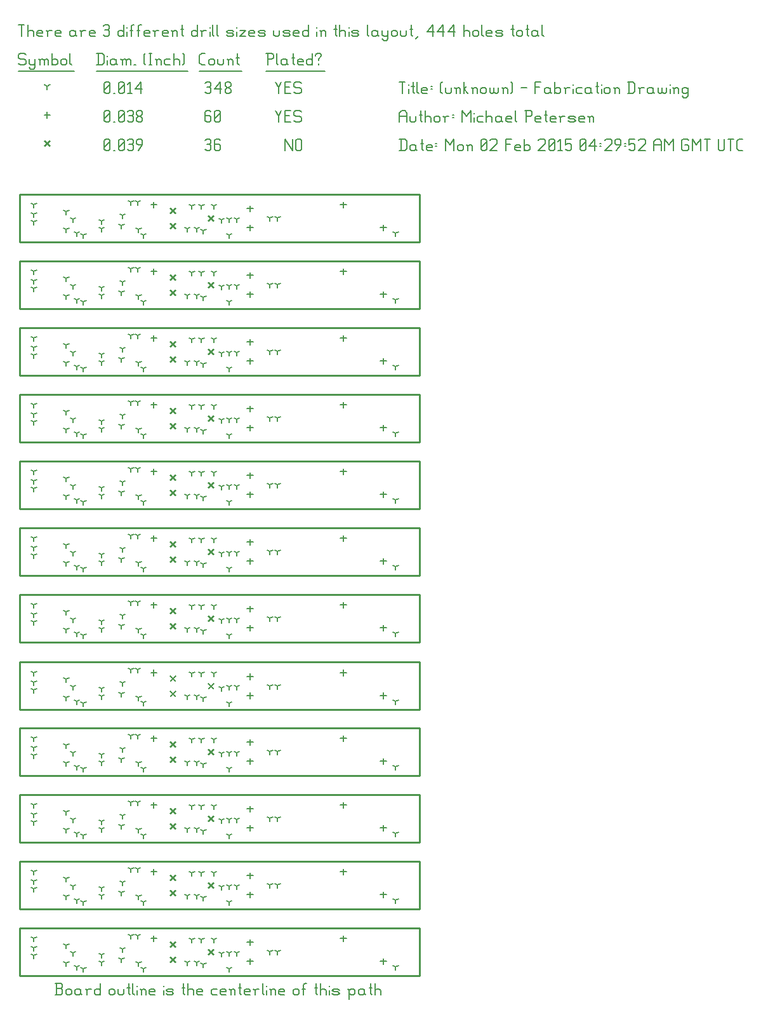
<source format=gbr>
G04 start of page 13 for group -3984 idx -3984 *
G04 Title: (unknown), fab *
G04 Creator: pcb 20110918 *
G04 CreationDate: Mon 02 Feb 2015 04:29:52 AM GMT UTC *
G04 For: railfan *
G04 Format: Gerber/RS-274X *
G04 PCB-Dimensions: 211000 411000 *
G04 PCB-Coordinate-Origin: lower left *
%MOIN*%
%FSLAX25Y25*%
%LNFAB*%
%ADD77C,0.0100*%
%ADD76C,0.0075*%
%ADD75C,0.0060*%
%ADD74C,0.0001*%
G54D74*G36*
X99800Y399766D02*X102766Y396800D01*
X102200Y396234D01*
X99234Y399200D01*
X99800Y399766D01*
G37*
G36*
X99234Y396800D02*X102200Y399766D01*
X102766Y399200D01*
X99800Y396234D01*
X99234Y396800D01*
G37*
G36*
X79800Y403766D02*X82766Y400800D01*
X82200Y400234D01*
X79234Y403200D01*
X79800Y403766D01*
G37*
G36*
X79234Y400800D02*X82200Y403766D01*
X82766Y403200D01*
X79800Y400234D01*
X79234Y400800D01*
G37*
G36*
X79800Y395766D02*X82766Y392800D01*
X82200Y392234D01*
X79234Y395200D01*
X79800Y395766D01*
G37*
G36*
X79234Y392800D02*X82200Y395766D01*
X82766Y395200D01*
X79800Y392234D01*
X79234Y392800D01*
G37*
G36*
X99800Y364766D02*X102766Y361800D01*
X102200Y361234D01*
X99234Y364200D01*
X99800Y364766D01*
G37*
G36*
X99234Y361800D02*X102200Y364766D01*
X102766Y364200D01*
X99800Y361234D01*
X99234Y361800D01*
G37*
G36*
X79800Y368766D02*X82766Y365800D01*
X82200Y365234D01*
X79234Y368200D01*
X79800Y368766D01*
G37*
G36*
X79234Y365800D02*X82200Y368766D01*
X82766Y368200D01*
X79800Y365234D01*
X79234Y365800D01*
G37*
G36*
X79800Y360766D02*X82766Y357800D01*
X82200Y357234D01*
X79234Y360200D01*
X79800Y360766D01*
G37*
G36*
X79234Y357800D02*X82200Y360766D01*
X82766Y360200D01*
X79800Y357234D01*
X79234Y357800D01*
G37*
G36*
X99800Y329766D02*X102766Y326800D01*
X102200Y326234D01*
X99234Y329200D01*
X99800Y329766D01*
G37*
G36*
X99234Y326800D02*X102200Y329766D01*
X102766Y329200D01*
X99800Y326234D01*
X99234Y326800D01*
G37*
G36*
X79800Y333766D02*X82766Y330800D01*
X82200Y330234D01*
X79234Y333200D01*
X79800Y333766D01*
G37*
G36*
X79234Y330800D02*X82200Y333766D01*
X82766Y333200D01*
X79800Y330234D01*
X79234Y330800D01*
G37*
G36*
X79800Y325766D02*X82766Y322800D01*
X82200Y322234D01*
X79234Y325200D01*
X79800Y325766D01*
G37*
G36*
X79234Y322800D02*X82200Y325766D01*
X82766Y325200D01*
X79800Y322234D01*
X79234Y322800D01*
G37*
G36*
X99800Y294766D02*X102766Y291800D01*
X102200Y291234D01*
X99234Y294200D01*
X99800Y294766D01*
G37*
G36*
X99234Y291800D02*X102200Y294766D01*
X102766Y294200D01*
X99800Y291234D01*
X99234Y291800D01*
G37*
G36*
X79800Y298766D02*X82766Y295800D01*
X82200Y295234D01*
X79234Y298200D01*
X79800Y298766D01*
G37*
G36*
X79234Y295800D02*X82200Y298766D01*
X82766Y298200D01*
X79800Y295234D01*
X79234Y295800D01*
G37*
G36*
X79800Y290766D02*X82766Y287800D01*
X82200Y287234D01*
X79234Y290200D01*
X79800Y290766D01*
G37*
G36*
X79234Y287800D02*X82200Y290766D01*
X82766Y290200D01*
X79800Y287234D01*
X79234Y287800D01*
G37*
G36*
X99800Y259766D02*X102766Y256800D01*
X102200Y256234D01*
X99234Y259200D01*
X99800Y259766D01*
G37*
G36*
X99234Y256800D02*X102200Y259766D01*
X102766Y259200D01*
X99800Y256234D01*
X99234Y256800D01*
G37*
G36*
X79800Y263766D02*X82766Y260800D01*
X82200Y260234D01*
X79234Y263200D01*
X79800Y263766D01*
G37*
G36*
X79234Y260800D02*X82200Y263766D01*
X82766Y263200D01*
X79800Y260234D01*
X79234Y260800D01*
G37*
G36*
X79800Y255766D02*X82766Y252800D01*
X82200Y252234D01*
X79234Y255200D01*
X79800Y255766D01*
G37*
G36*
X79234Y252800D02*X82200Y255766D01*
X82766Y255200D01*
X79800Y252234D01*
X79234Y252800D01*
G37*
G36*
X99800Y224766D02*X102766Y221800D01*
X102200Y221234D01*
X99234Y224200D01*
X99800Y224766D01*
G37*
G36*
X99234Y221800D02*X102200Y224766D01*
X102766Y224200D01*
X99800Y221234D01*
X99234Y221800D01*
G37*
G36*
X79800Y228766D02*X82766Y225800D01*
X82200Y225234D01*
X79234Y228200D01*
X79800Y228766D01*
G37*
G36*
X79234Y225800D02*X82200Y228766D01*
X82766Y228200D01*
X79800Y225234D01*
X79234Y225800D01*
G37*
G36*
X79800Y220766D02*X82766Y217800D01*
X82200Y217234D01*
X79234Y220200D01*
X79800Y220766D01*
G37*
G36*
X79234Y217800D02*X82200Y220766D01*
X82766Y220200D01*
X79800Y217234D01*
X79234Y217800D01*
G37*
G36*
X99800Y189766D02*X102766Y186800D01*
X102200Y186234D01*
X99234Y189200D01*
X99800Y189766D01*
G37*
G36*
X99234Y186800D02*X102200Y189766D01*
X102766Y189200D01*
X99800Y186234D01*
X99234Y186800D01*
G37*
G36*
X79800Y193766D02*X82766Y190800D01*
X82200Y190234D01*
X79234Y193200D01*
X79800Y193766D01*
G37*
G36*
X79234Y190800D02*X82200Y193766D01*
X82766Y193200D01*
X79800Y190234D01*
X79234Y190800D01*
G37*
G36*
X79800Y185766D02*X82766Y182800D01*
X82200Y182234D01*
X79234Y185200D01*
X79800Y185766D01*
G37*
G36*
X79234Y182800D02*X82200Y185766D01*
X82766Y185200D01*
X79800Y182234D01*
X79234Y182800D01*
G37*
G36*
X99800Y154266D02*X102766Y151300D01*
X102200Y150734D01*
X99234Y153700D01*
X99800Y154266D01*
G37*
G36*
X99234Y151300D02*X102200Y154266D01*
X102766Y153700D01*
X99800Y150734D01*
X99234Y151300D01*
G37*
G36*
X79800Y158266D02*X82766Y155300D01*
X82200Y154734D01*
X79234Y157700D01*
X79800Y158266D01*
G37*
G36*
X79234Y155300D02*X82200Y158266D01*
X82766Y157700D01*
X79800Y154734D01*
X79234Y155300D01*
G37*
G36*
X79800Y150266D02*X82766Y147300D01*
X82200Y146734D01*
X79234Y149700D01*
X79800Y150266D01*
G37*
G36*
X79234Y147300D02*X82200Y150266D01*
X82766Y149700D01*
X79800Y146734D01*
X79234Y147300D01*
G37*
G36*
X99800Y119766D02*X102766Y116800D01*
X102200Y116234D01*
X99234Y119200D01*
X99800Y119766D01*
G37*
G36*
X99234Y116800D02*X102200Y119766D01*
X102766Y119200D01*
X99800Y116234D01*
X99234Y116800D01*
G37*
G36*
X79800Y123766D02*X82766Y120800D01*
X82200Y120234D01*
X79234Y123200D01*
X79800Y123766D01*
G37*
G36*
X79234Y120800D02*X82200Y123766D01*
X82766Y123200D01*
X79800Y120234D01*
X79234Y120800D01*
G37*
G36*
X79800Y115766D02*X82766Y112800D01*
X82200Y112234D01*
X79234Y115200D01*
X79800Y115766D01*
G37*
G36*
X79234Y112800D02*X82200Y115766D01*
X82766Y115200D01*
X79800Y112234D01*
X79234Y112800D01*
G37*
G36*
X99800Y84766D02*X102766Y81800D01*
X102200Y81234D01*
X99234Y84200D01*
X99800Y84766D01*
G37*
G36*
X99234Y81800D02*X102200Y84766D01*
X102766Y84200D01*
X99800Y81234D01*
X99234Y81800D01*
G37*
G36*
X79800Y88766D02*X82766Y85800D01*
X82200Y85234D01*
X79234Y88200D01*
X79800Y88766D01*
G37*
G36*
X79234Y85800D02*X82200Y88766D01*
X82766Y88200D01*
X79800Y85234D01*
X79234Y85800D01*
G37*
G36*
X79800Y80766D02*X82766Y77800D01*
X82200Y77234D01*
X79234Y80200D01*
X79800Y80766D01*
G37*
G36*
X79234Y77800D02*X82200Y80766D01*
X82766Y80200D01*
X79800Y77234D01*
X79234Y77800D01*
G37*
G36*
X99800Y49766D02*X102766Y46800D01*
X102200Y46234D01*
X99234Y49200D01*
X99800Y49766D01*
G37*
G36*
X99234Y46800D02*X102200Y49766D01*
X102766Y49200D01*
X99800Y46234D01*
X99234Y46800D01*
G37*
G36*
X79800Y53766D02*X82766Y50800D01*
X82200Y50234D01*
X79234Y53200D01*
X79800Y53766D01*
G37*
G36*
X79234Y50800D02*X82200Y53766D01*
X82766Y53200D01*
X79800Y50234D01*
X79234Y50800D01*
G37*
G36*
X79800Y45766D02*X82766Y42800D01*
X82200Y42234D01*
X79234Y45200D01*
X79800Y45766D01*
G37*
G36*
X79234Y42800D02*X82200Y45766D01*
X82766Y45200D01*
X79800Y42234D01*
X79234Y42800D01*
G37*
G36*
X99800Y14766D02*X102766Y11800D01*
X102200Y11234D01*
X99234Y14200D01*
X99800Y14766D01*
G37*
G36*
X99234Y11800D02*X102200Y14766D01*
X102766Y14200D01*
X99800Y11234D01*
X99234Y11800D01*
G37*
G36*
X79800Y18766D02*X82766Y15800D01*
X82200Y15234D01*
X79234Y18200D01*
X79800Y18766D01*
G37*
G36*
X79234Y15800D02*X82200Y18766D01*
X82766Y18200D01*
X79800Y15234D01*
X79234Y15800D01*
G37*
G36*
X79800Y10766D02*X82766Y7800D01*
X82200Y7234D01*
X79234Y10200D01*
X79800Y10766D01*
G37*
G36*
X79234Y7800D02*X82200Y10766D01*
X82766Y10200D01*
X79800Y7234D01*
X79234Y7800D01*
G37*
G36*
X13800Y439016D02*X16766Y436050D01*
X16200Y435484D01*
X13234Y438450D01*
X13800Y439016D01*
G37*
G36*
X13234Y436050D02*X16200Y439016D01*
X16766Y438450D01*
X13800Y435484D01*
X13234Y436050D01*
G37*
G54D75*X140000Y439500D02*Y433500D01*
Y439500D02*X143750Y433500D01*
Y439500D02*Y433500D01*
X145550Y438750D02*Y434250D01*
Y438750D02*X146300Y439500D01*
X147800D01*
X148550Y438750D01*
Y434250D01*
X147800Y433500D02*X148550Y434250D01*
X146300Y433500D02*X147800D01*
X145550Y434250D02*X146300Y433500D01*
X98000Y438750D02*X98750Y439500D01*
X100250D01*
X101000Y438750D01*
X100250Y433500D02*X101000Y434250D01*
X98750Y433500D02*X100250D01*
X98000Y434250D02*X98750Y433500D01*
Y436800D02*X100250D01*
X101000Y438750D02*Y437550D01*
Y436050D02*Y434250D01*
Y436050D02*X100250Y436800D01*
X101000Y437550D02*X100250Y436800D01*
X105050Y439500D02*X105800Y438750D01*
X103550Y439500D02*X105050D01*
X102800Y438750D02*X103550Y439500D01*
X102800Y438750D02*Y434250D01*
X103550Y433500D01*
X105050Y436800D02*X105800Y436050D01*
X102800Y436800D02*X105050D01*
X103550Y433500D02*X105050D01*
X105800Y434250D01*
Y436050D02*Y434250D01*
X45000D02*X45750Y433500D01*
X45000Y438750D02*Y434250D01*
Y438750D02*X45750Y439500D01*
X47250D01*
X48000Y438750D01*
Y434250D01*
X47250Y433500D02*X48000Y434250D01*
X45750Y433500D02*X47250D01*
X45000Y435000D02*X48000Y438000D01*
X49800Y433500D02*X50550D01*
X52350Y434250D02*X53100Y433500D01*
X52350Y438750D02*Y434250D01*
Y438750D02*X53100Y439500D01*
X54600D01*
X55350Y438750D01*
Y434250D01*
X54600Y433500D02*X55350Y434250D01*
X53100Y433500D02*X54600D01*
X52350Y435000D02*X55350Y438000D01*
X57150Y438750D02*X57900Y439500D01*
X59400D01*
X60150Y438750D01*
X59400Y433500D02*X60150Y434250D01*
X57900Y433500D02*X59400D01*
X57150Y434250D02*X57900Y433500D01*
Y436800D02*X59400D01*
X60150Y438750D02*Y437550D01*
Y436050D02*Y434250D01*
Y436050D02*X59400Y436800D01*
X60150Y437550D02*X59400Y436800D01*
X62700Y433500D02*X64950Y436500D01*
Y438750D02*Y436500D01*
X64200Y439500D02*X64950Y438750D01*
X62700Y439500D02*X64200D01*
X61950Y438750D02*X62700Y439500D01*
X61950Y438750D02*Y437250D01*
X62700Y436500D01*
X64950D01*
X121500Y394600D02*Y391400D01*
X119900Y393000D02*X123100D01*
X121500Y404600D02*Y401400D01*
X119900Y403000D02*X123100D01*
X191500Y394600D02*Y391400D01*
X189900Y393000D02*X193100D01*
X170500Y406600D02*Y403400D01*
X168900Y405000D02*X172100D01*
X71000Y406600D02*Y403400D01*
X69400Y405000D02*X72600D01*
X121500Y359600D02*Y356400D01*
X119900Y358000D02*X123100D01*
X121500Y369600D02*Y366400D01*
X119900Y368000D02*X123100D01*
X191500Y359600D02*Y356400D01*
X189900Y358000D02*X193100D01*
X170500Y371600D02*Y368400D01*
X168900Y370000D02*X172100D01*
X71000Y371600D02*Y368400D01*
X69400Y370000D02*X72600D01*
X121500Y324600D02*Y321400D01*
X119900Y323000D02*X123100D01*
X121500Y334600D02*Y331400D01*
X119900Y333000D02*X123100D01*
X191500Y324600D02*Y321400D01*
X189900Y323000D02*X193100D01*
X170500Y336600D02*Y333400D01*
X168900Y335000D02*X172100D01*
X71000Y336600D02*Y333400D01*
X69400Y335000D02*X72600D01*
X121500Y289600D02*Y286400D01*
X119900Y288000D02*X123100D01*
X121500Y299600D02*Y296400D01*
X119900Y298000D02*X123100D01*
X191500Y289600D02*Y286400D01*
X189900Y288000D02*X193100D01*
X170500Y301600D02*Y298400D01*
X168900Y300000D02*X172100D01*
X71000Y301600D02*Y298400D01*
X69400Y300000D02*X72600D01*
X121500Y254600D02*Y251400D01*
X119900Y253000D02*X123100D01*
X121500Y264600D02*Y261400D01*
X119900Y263000D02*X123100D01*
X191500Y254600D02*Y251400D01*
X189900Y253000D02*X193100D01*
X170500Y266600D02*Y263400D01*
X168900Y265000D02*X172100D01*
X71000Y266600D02*Y263400D01*
X69400Y265000D02*X72600D01*
X121500Y219600D02*Y216400D01*
X119900Y218000D02*X123100D01*
X121500Y229600D02*Y226400D01*
X119900Y228000D02*X123100D01*
X191500Y219600D02*Y216400D01*
X189900Y218000D02*X193100D01*
X170500Y231600D02*Y228400D01*
X168900Y230000D02*X172100D01*
X71000Y231600D02*Y228400D01*
X69400Y230000D02*X72600D01*
X121500Y184600D02*Y181400D01*
X119900Y183000D02*X123100D01*
X121500Y194600D02*Y191400D01*
X119900Y193000D02*X123100D01*
X191500Y184600D02*Y181400D01*
X189900Y183000D02*X193100D01*
X170500Y196600D02*Y193400D01*
X168900Y195000D02*X172100D01*
X71000Y196600D02*Y193400D01*
X69400Y195000D02*X72600D01*
X121500Y149100D02*Y145900D01*
X119900Y147500D02*X123100D01*
X121500Y159100D02*Y155900D01*
X119900Y157500D02*X123100D01*
X191500Y149100D02*Y145900D01*
X189900Y147500D02*X193100D01*
X170500Y161100D02*Y157900D01*
X168900Y159500D02*X172100D01*
X71000Y161100D02*Y157900D01*
X69400Y159500D02*X72600D01*
X121500Y114600D02*Y111400D01*
X119900Y113000D02*X123100D01*
X121500Y124600D02*Y121400D01*
X119900Y123000D02*X123100D01*
X191500Y114600D02*Y111400D01*
X189900Y113000D02*X193100D01*
X170500Y126600D02*Y123400D01*
X168900Y125000D02*X172100D01*
X71000Y126600D02*Y123400D01*
X69400Y125000D02*X72600D01*
X121500Y79600D02*Y76400D01*
X119900Y78000D02*X123100D01*
X121500Y89600D02*Y86400D01*
X119900Y88000D02*X123100D01*
X191500Y79600D02*Y76400D01*
X189900Y78000D02*X193100D01*
X170500Y91600D02*Y88400D01*
X168900Y90000D02*X172100D01*
X71000Y91600D02*Y88400D01*
X69400Y90000D02*X72600D01*
X121500Y44600D02*Y41400D01*
X119900Y43000D02*X123100D01*
X121500Y54600D02*Y51400D01*
X119900Y53000D02*X123100D01*
X191500Y44600D02*Y41400D01*
X189900Y43000D02*X193100D01*
X170500Y56600D02*Y53400D01*
X168900Y55000D02*X172100D01*
X71000Y56600D02*Y53400D01*
X69400Y55000D02*X72600D01*
X121500Y9600D02*Y6400D01*
X119900Y8000D02*X123100D01*
X121500Y19600D02*Y16400D01*
X119900Y18000D02*X123100D01*
X191500Y9600D02*Y6400D01*
X189900Y8000D02*X193100D01*
X170500Y21600D02*Y18400D01*
X168900Y20000D02*X172100D01*
X71000Y21600D02*Y18400D01*
X69400Y20000D02*X72600D01*
X15000Y453850D02*Y450650D01*
X13400Y452250D02*X16600D01*
X135000Y454500D02*X136500Y451500D01*
X138000Y454500D01*
X136500Y451500D02*Y448500D01*
X139800Y451800D02*X142050D01*
X139800Y448500D02*X142800D01*
X139800Y454500D02*Y448500D01*
Y454500D02*X142800D01*
X147600D02*X148350Y453750D01*
X145350Y454500D02*X147600D01*
X144600Y453750D02*X145350Y454500D01*
X144600Y453750D02*Y452250D01*
X145350Y451500D01*
X147600D01*
X148350Y450750D01*
Y449250D01*
X147600Y448500D02*X148350Y449250D01*
X145350Y448500D02*X147600D01*
X144600Y449250D02*X145350Y448500D01*
X100250Y454500D02*X101000Y453750D01*
X98750Y454500D02*X100250D01*
X98000Y453750D02*X98750Y454500D01*
X98000Y453750D02*Y449250D01*
X98750Y448500D01*
X100250Y451800D02*X101000Y451050D01*
X98000Y451800D02*X100250D01*
X98750Y448500D02*X100250D01*
X101000Y449250D01*
Y451050D02*Y449250D01*
X102800D02*X103550Y448500D01*
X102800Y453750D02*Y449250D01*
Y453750D02*X103550Y454500D01*
X105050D01*
X105800Y453750D01*
Y449250D01*
X105050Y448500D02*X105800Y449250D01*
X103550Y448500D02*X105050D01*
X102800Y450000D02*X105800Y453000D01*
X45000Y449250D02*X45750Y448500D01*
X45000Y453750D02*Y449250D01*
Y453750D02*X45750Y454500D01*
X47250D01*
X48000Y453750D01*
Y449250D01*
X47250Y448500D02*X48000Y449250D01*
X45750Y448500D02*X47250D01*
X45000Y450000D02*X48000Y453000D01*
X49800Y448500D02*X50550D01*
X52350Y449250D02*X53100Y448500D01*
X52350Y453750D02*Y449250D01*
Y453750D02*X53100Y454500D01*
X54600D01*
X55350Y453750D01*
Y449250D01*
X54600Y448500D02*X55350Y449250D01*
X53100Y448500D02*X54600D01*
X52350Y450000D02*X55350Y453000D01*
X57150Y453750D02*X57900Y454500D01*
X59400D01*
X60150Y453750D01*
X59400Y448500D02*X60150Y449250D01*
X57900Y448500D02*X59400D01*
X57150Y449250D02*X57900Y448500D01*
Y451800D02*X59400D01*
X60150Y453750D02*Y452550D01*
Y451050D02*Y449250D01*
Y451050D02*X59400Y451800D01*
X60150Y452550D02*X59400Y451800D01*
X61950Y449250D02*X62700Y448500D01*
X61950Y450450D02*Y449250D01*
Y450450D02*X63000Y451500D01*
X63900D01*
X64950Y450450D01*
Y449250D01*
X64200Y448500D02*X64950Y449250D01*
X62700Y448500D02*X64200D01*
X61950Y452550D02*X63000Y451500D01*
X61950Y453750D02*Y452550D01*
Y453750D02*X62700Y454500D01*
X64200D01*
X64950Y453750D01*
Y452550D01*
X63900Y451500D02*X64950Y452550D01*
X198000Y390000D02*Y388400D01*
Y390000D02*X199387Y390800D01*
X198000Y390000D02*X196613Y390800D01*
X136000Y398000D02*Y396400D01*
Y398000D02*X137387Y398800D01*
X136000Y398000D02*X134613Y398800D01*
X132000Y398000D02*Y396400D01*
Y398000D02*X133387Y398800D01*
X132000Y398000D02*X130613Y398800D01*
X102500Y404500D02*Y402900D01*
Y404500D02*X103887Y405300D01*
X102500Y404500D02*X101113Y405300D01*
X114500Y397500D02*Y395900D01*
Y397500D02*X115887Y398300D01*
X114500Y397500D02*X113113Y398300D01*
X106500Y397000D02*Y395400D01*
Y397000D02*X107887Y397800D01*
X106500Y397000D02*X105113Y397800D01*
X110500Y397500D02*Y395900D01*
Y397500D02*X111887Y398300D01*
X110500Y397500D02*X109113Y398300D01*
X110500Y389000D02*Y387400D01*
Y389000D02*X111887Y389800D01*
X110500Y389000D02*X109113Y389800D01*
X97000Y391500D02*Y389900D01*
Y391500D02*X98387Y392300D01*
X97000Y391500D02*X95613Y392300D01*
X93500Y392500D02*Y390900D01*
Y392500D02*X94887Y393300D01*
X93500Y392500D02*X92113Y393300D01*
X88500Y392500D02*Y390900D01*
Y392500D02*X89887Y393300D01*
X88500Y392500D02*X87113Y393300D01*
X91000Y404500D02*Y402900D01*
Y404500D02*X92387Y405300D01*
X91000Y404500D02*X89613Y405300D01*
X96000Y404500D02*Y402900D01*
Y404500D02*X97387Y405300D01*
X96000Y404500D02*X94613Y405300D01*
X63000Y392000D02*Y390400D01*
Y392000D02*X64387Y392800D01*
X63000Y392000D02*X61613Y392800D01*
X54000Y394000D02*Y392400D01*
Y394000D02*X55387Y394800D01*
X54000Y394000D02*X52613Y394800D01*
X65500Y389162D02*Y387562D01*
Y389162D02*X66887Y389962D01*
X65500Y389162D02*X64113Y389962D01*
X62500Y406500D02*Y404900D01*
Y406500D02*X63887Y407300D01*
X62500Y406500D02*X61113Y407300D01*
X59000Y406500D02*Y404900D01*
Y406500D02*X60387Y407300D01*
X59000Y406500D02*X57613Y407300D01*
X54500Y399500D02*Y397900D01*
Y399500D02*X55887Y400300D01*
X54500Y399500D02*X53113Y400300D01*
X43500Y392500D02*Y390900D01*
Y392500D02*X44887Y393300D01*
X43500Y392500D02*X42113Y393300D01*
X43500Y396500D02*Y394900D01*
Y396500D02*X44887Y397300D01*
X43500Y396500D02*X42113Y397300D01*
X28500Y397500D02*Y395900D01*
Y397500D02*X29887Y398300D01*
X28500Y397500D02*X27113Y398300D01*
X34000Y389000D02*Y387400D01*
Y389000D02*X35387Y389800D01*
X34000Y389000D02*X32613Y389800D01*
X30500Y390000D02*Y388400D01*
Y390000D02*X31887Y390800D01*
X30500Y390000D02*X29113Y390800D01*
X25000Y392000D02*Y390400D01*
Y392000D02*X26387Y392800D01*
X25000Y392000D02*X23613Y392800D01*
X25000Y401500D02*Y399900D01*
Y401500D02*X26387Y402300D01*
X25000Y401500D02*X23613Y402300D01*
X8000Y405000D02*Y403400D01*
Y405000D02*X9387Y405800D01*
X8000Y405000D02*X6613Y405800D01*
X8000Y396000D02*Y394400D01*
Y396000D02*X9387Y396800D01*
X8000Y396000D02*X6613Y396800D01*
X8000Y400000D02*Y398400D01*
Y400000D02*X9387Y400800D01*
X8000Y400000D02*X6613Y400800D01*
X198000Y355000D02*Y353400D01*
Y355000D02*X199387Y355800D01*
X198000Y355000D02*X196613Y355800D01*
X136000Y363000D02*Y361400D01*
Y363000D02*X137387Y363800D01*
X136000Y363000D02*X134613Y363800D01*
X132000Y363000D02*Y361400D01*
Y363000D02*X133387Y363800D01*
X132000Y363000D02*X130613Y363800D01*
X102500Y369500D02*Y367900D01*
Y369500D02*X103887Y370300D01*
X102500Y369500D02*X101113Y370300D01*
X114500Y362500D02*Y360900D01*
Y362500D02*X115887Y363300D01*
X114500Y362500D02*X113113Y363300D01*
X106500Y362000D02*Y360400D01*
Y362000D02*X107887Y362800D01*
X106500Y362000D02*X105113Y362800D01*
X110500Y362500D02*Y360900D01*
Y362500D02*X111887Y363300D01*
X110500Y362500D02*X109113Y363300D01*
X110500Y354000D02*Y352400D01*
Y354000D02*X111887Y354800D01*
X110500Y354000D02*X109113Y354800D01*
X97000Y356500D02*Y354900D01*
Y356500D02*X98387Y357300D01*
X97000Y356500D02*X95613Y357300D01*
X93500Y357500D02*Y355900D01*
Y357500D02*X94887Y358300D01*
X93500Y357500D02*X92113Y358300D01*
X88500Y357500D02*Y355900D01*
Y357500D02*X89887Y358300D01*
X88500Y357500D02*X87113Y358300D01*
X91000Y369500D02*Y367900D01*
Y369500D02*X92387Y370300D01*
X91000Y369500D02*X89613Y370300D01*
X96000Y369500D02*Y367900D01*
Y369500D02*X97387Y370300D01*
X96000Y369500D02*X94613Y370300D01*
X63000Y357000D02*Y355400D01*
Y357000D02*X64387Y357800D01*
X63000Y357000D02*X61613Y357800D01*
X54000Y359000D02*Y357400D01*
Y359000D02*X55387Y359800D01*
X54000Y359000D02*X52613Y359800D01*
X65500Y354162D02*Y352562D01*
Y354162D02*X66887Y354962D01*
X65500Y354162D02*X64113Y354962D01*
X62500Y371500D02*Y369900D01*
Y371500D02*X63887Y372300D01*
X62500Y371500D02*X61113Y372300D01*
X59000Y371500D02*Y369900D01*
Y371500D02*X60387Y372300D01*
X59000Y371500D02*X57613Y372300D01*
X54500Y364500D02*Y362900D01*
Y364500D02*X55887Y365300D01*
X54500Y364500D02*X53113Y365300D01*
X43500Y357500D02*Y355900D01*
Y357500D02*X44887Y358300D01*
X43500Y357500D02*X42113Y358300D01*
X43500Y361500D02*Y359900D01*
Y361500D02*X44887Y362300D01*
X43500Y361500D02*X42113Y362300D01*
X28500Y362500D02*Y360900D01*
Y362500D02*X29887Y363300D01*
X28500Y362500D02*X27113Y363300D01*
X34000Y354000D02*Y352400D01*
Y354000D02*X35387Y354800D01*
X34000Y354000D02*X32613Y354800D01*
X30500Y355000D02*Y353400D01*
Y355000D02*X31887Y355800D01*
X30500Y355000D02*X29113Y355800D01*
X25000Y357000D02*Y355400D01*
Y357000D02*X26387Y357800D01*
X25000Y357000D02*X23613Y357800D01*
X25000Y366500D02*Y364900D01*
Y366500D02*X26387Y367300D01*
X25000Y366500D02*X23613Y367300D01*
X8000Y370000D02*Y368400D01*
Y370000D02*X9387Y370800D01*
X8000Y370000D02*X6613Y370800D01*
X8000Y361000D02*Y359400D01*
Y361000D02*X9387Y361800D01*
X8000Y361000D02*X6613Y361800D01*
X8000Y365000D02*Y363400D01*
Y365000D02*X9387Y365800D01*
X8000Y365000D02*X6613Y365800D01*
X198000Y320000D02*Y318400D01*
Y320000D02*X199387Y320800D01*
X198000Y320000D02*X196613Y320800D01*
X136000Y328000D02*Y326400D01*
Y328000D02*X137387Y328800D01*
X136000Y328000D02*X134613Y328800D01*
X132000Y328000D02*Y326400D01*
Y328000D02*X133387Y328800D01*
X132000Y328000D02*X130613Y328800D01*
X102500Y334500D02*Y332900D01*
Y334500D02*X103887Y335300D01*
X102500Y334500D02*X101113Y335300D01*
X114500Y327500D02*Y325900D01*
Y327500D02*X115887Y328300D01*
X114500Y327500D02*X113113Y328300D01*
X106500Y327000D02*Y325400D01*
Y327000D02*X107887Y327800D01*
X106500Y327000D02*X105113Y327800D01*
X110500Y327500D02*Y325900D01*
Y327500D02*X111887Y328300D01*
X110500Y327500D02*X109113Y328300D01*
X110500Y319000D02*Y317400D01*
Y319000D02*X111887Y319800D01*
X110500Y319000D02*X109113Y319800D01*
X97000Y321500D02*Y319900D01*
Y321500D02*X98387Y322300D01*
X97000Y321500D02*X95613Y322300D01*
X93500Y322500D02*Y320900D01*
Y322500D02*X94887Y323300D01*
X93500Y322500D02*X92113Y323300D01*
X88500Y322500D02*Y320900D01*
Y322500D02*X89887Y323300D01*
X88500Y322500D02*X87113Y323300D01*
X91000Y334500D02*Y332900D01*
Y334500D02*X92387Y335300D01*
X91000Y334500D02*X89613Y335300D01*
X96000Y334500D02*Y332900D01*
Y334500D02*X97387Y335300D01*
X96000Y334500D02*X94613Y335300D01*
X63000Y322000D02*Y320400D01*
Y322000D02*X64387Y322800D01*
X63000Y322000D02*X61613Y322800D01*
X54000Y324000D02*Y322400D01*
Y324000D02*X55387Y324800D01*
X54000Y324000D02*X52613Y324800D01*
X65500Y319162D02*Y317562D01*
Y319162D02*X66887Y319962D01*
X65500Y319162D02*X64113Y319962D01*
X62500Y336500D02*Y334900D01*
Y336500D02*X63887Y337300D01*
X62500Y336500D02*X61113Y337300D01*
X59000Y336500D02*Y334900D01*
Y336500D02*X60387Y337300D01*
X59000Y336500D02*X57613Y337300D01*
X54500Y329500D02*Y327900D01*
Y329500D02*X55887Y330300D01*
X54500Y329500D02*X53113Y330300D01*
X43500Y322500D02*Y320900D01*
Y322500D02*X44887Y323300D01*
X43500Y322500D02*X42113Y323300D01*
X43500Y326500D02*Y324900D01*
Y326500D02*X44887Y327300D01*
X43500Y326500D02*X42113Y327300D01*
X28500Y327500D02*Y325900D01*
Y327500D02*X29887Y328300D01*
X28500Y327500D02*X27113Y328300D01*
X34000Y319000D02*Y317400D01*
Y319000D02*X35387Y319800D01*
X34000Y319000D02*X32613Y319800D01*
X30500Y320000D02*Y318400D01*
Y320000D02*X31887Y320800D01*
X30500Y320000D02*X29113Y320800D01*
X25000Y322000D02*Y320400D01*
Y322000D02*X26387Y322800D01*
X25000Y322000D02*X23613Y322800D01*
X25000Y331500D02*Y329900D01*
Y331500D02*X26387Y332300D01*
X25000Y331500D02*X23613Y332300D01*
X8000Y335000D02*Y333400D01*
Y335000D02*X9387Y335800D01*
X8000Y335000D02*X6613Y335800D01*
X8000Y326000D02*Y324400D01*
Y326000D02*X9387Y326800D01*
X8000Y326000D02*X6613Y326800D01*
X8000Y330000D02*Y328400D01*
Y330000D02*X9387Y330800D01*
X8000Y330000D02*X6613Y330800D01*
X198000Y285000D02*Y283400D01*
Y285000D02*X199387Y285800D01*
X198000Y285000D02*X196613Y285800D01*
X136000Y293000D02*Y291400D01*
Y293000D02*X137387Y293800D01*
X136000Y293000D02*X134613Y293800D01*
X132000Y293000D02*Y291400D01*
Y293000D02*X133387Y293800D01*
X132000Y293000D02*X130613Y293800D01*
X102500Y299500D02*Y297900D01*
Y299500D02*X103887Y300300D01*
X102500Y299500D02*X101113Y300300D01*
X114500Y292500D02*Y290900D01*
Y292500D02*X115887Y293300D01*
X114500Y292500D02*X113113Y293300D01*
X106500Y292000D02*Y290400D01*
Y292000D02*X107887Y292800D01*
X106500Y292000D02*X105113Y292800D01*
X110500Y292500D02*Y290900D01*
Y292500D02*X111887Y293300D01*
X110500Y292500D02*X109113Y293300D01*
X110500Y284000D02*Y282400D01*
Y284000D02*X111887Y284800D01*
X110500Y284000D02*X109113Y284800D01*
X97000Y286500D02*Y284900D01*
Y286500D02*X98387Y287300D01*
X97000Y286500D02*X95613Y287300D01*
X93500Y287500D02*Y285900D01*
Y287500D02*X94887Y288300D01*
X93500Y287500D02*X92113Y288300D01*
X88500Y287500D02*Y285900D01*
Y287500D02*X89887Y288300D01*
X88500Y287500D02*X87113Y288300D01*
X91000Y299500D02*Y297900D01*
Y299500D02*X92387Y300300D01*
X91000Y299500D02*X89613Y300300D01*
X96000Y299500D02*Y297900D01*
Y299500D02*X97387Y300300D01*
X96000Y299500D02*X94613Y300300D01*
X63000Y287000D02*Y285400D01*
Y287000D02*X64387Y287800D01*
X63000Y287000D02*X61613Y287800D01*
X54000Y289000D02*Y287400D01*
Y289000D02*X55387Y289800D01*
X54000Y289000D02*X52613Y289800D01*
X65500Y284162D02*Y282562D01*
Y284162D02*X66887Y284962D01*
X65500Y284162D02*X64113Y284962D01*
X62500Y301500D02*Y299900D01*
Y301500D02*X63887Y302300D01*
X62500Y301500D02*X61113Y302300D01*
X59000Y301500D02*Y299900D01*
Y301500D02*X60387Y302300D01*
X59000Y301500D02*X57613Y302300D01*
X54500Y294500D02*Y292900D01*
Y294500D02*X55887Y295300D01*
X54500Y294500D02*X53113Y295300D01*
X43500Y287500D02*Y285900D01*
Y287500D02*X44887Y288300D01*
X43500Y287500D02*X42113Y288300D01*
X43500Y291500D02*Y289900D01*
Y291500D02*X44887Y292300D01*
X43500Y291500D02*X42113Y292300D01*
X28500Y292500D02*Y290900D01*
Y292500D02*X29887Y293300D01*
X28500Y292500D02*X27113Y293300D01*
X34000Y284000D02*Y282400D01*
Y284000D02*X35387Y284800D01*
X34000Y284000D02*X32613Y284800D01*
X30500Y285000D02*Y283400D01*
Y285000D02*X31887Y285800D01*
X30500Y285000D02*X29113Y285800D01*
X25000Y287000D02*Y285400D01*
Y287000D02*X26387Y287800D01*
X25000Y287000D02*X23613Y287800D01*
X25000Y296500D02*Y294900D01*
Y296500D02*X26387Y297300D01*
X25000Y296500D02*X23613Y297300D01*
X8000Y300000D02*Y298400D01*
Y300000D02*X9387Y300800D01*
X8000Y300000D02*X6613Y300800D01*
X8000Y291000D02*Y289400D01*
Y291000D02*X9387Y291800D01*
X8000Y291000D02*X6613Y291800D01*
X8000Y295000D02*Y293400D01*
Y295000D02*X9387Y295800D01*
X8000Y295000D02*X6613Y295800D01*
X198000Y250000D02*Y248400D01*
Y250000D02*X199387Y250800D01*
X198000Y250000D02*X196613Y250800D01*
X136000Y258000D02*Y256400D01*
Y258000D02*X137387Y258800D01*
X136000Y258000D02*X134613Y258800D01*
X132000Y258000D02*Y256400D01*
Y258000D02*X133387Y258800D01*
X132000Y258000D02*X130613Y258800D01*
X102500Y264500D02*Y262900D01*
Y264500D02*X103887Y265300D01*
X102500Y264500D02*X101113Y265300D01*
X114500Y257500D02*Y255900D01*
Y257500D02*X115887Y258300D01*
X114500Y257500D02*X113113Y258300D01*
X106500Y257000D02*Y255400D01*
Y257000D02*X107887Y257800D01*
X106500Y257000D02*X105113Y257800D01*
X110500Y257500D02*Y255900D01*
Y257500D02*X111887Y258300D01*
X110500Y257500D02*X109113Y258300D01*
X110500Y249000D02*Y247400D01*
Y249000D02*X111887Y249800D01*
X110500Y249000D02*X109113Y249800D01*
X97000Y251500D02*Y249900D01*
Y251500D02*X98387Y252300D01*
X97000Y251500D02*X95613Y252300D01*
X93500Y252500D02*Y250900D01*
Y252500D02*X94887Y253300D01*
X93500Y252500D02*X92113Y253300D01*
X88500Y252500D02*Y250900D01*
Y252500D02*X89887Y253300D01*
X88500Y252500D02*X87113Y253300D01*
X91000Y264500D02*Y262900D01*
Y264500D02*X92387Y265300D01*
X91000Y264500D02*X89613Y265300D01*
X96000Y264500D02*Y262900D01*
Y264500D02*X97387Y265300D01*
X96000Y264500D02*X94613Y265300D01*
X63000Y252000D02*Y250400D01*
Y252000D02*X64387Y252800D01*
X63000Y252000D02*X61613Y252800D01*
X54000Y254000D02*Y252400D01*
Y254000D02*X55387Y254800D01*
X54000Y254000D02*X52613Y254800D01*
X65500Y249162D02*Y247562D01*
Y249162D02*X66887Y249962D01*
X65500Y249162D02*X64113Y249962D01*
X62500Y266500D02*Y264900D01*
Y266500D02*X63887Y267300D01*
X62500Y266500D02*X61113Y267300D01*
X59000Y266500D02*Y264900D01*
Y266500D02*X60387Y267300D01*
X59000Y266500D02*X57613Y267300D01*
X54500Y259500D02*Y257900D01*
Y259500D02*X55887Y260300D01*
X54500Y259500D02*X53113Y260300D01*
X43500Y252500D02*Y250900D01*
Y252500D02*X44887Y253300D01*
X43500Y252500D02*X42113Y253300D01*
X43500Y256500D02*Y254900D01*
Y256500D02*X44887Y257300D01*
X43500Y256500D02*X42113Y257300D01*
X28500Y257500D02*Y255900D01*
Y257500D02*X29887Y258300D01*
X28500Y257500D02*X27113Y258300D01*
X34000Y249000D02*Y247400D01*
Y249000D02*X35387Y249800D01*
X34000Y249000D02*X32613Y249800D01*
X30500Y250000D02*Y248400D01*
Y250000D02*X31887Y250800D01*
X30500Y250000D02*X29113Y250800D01*
X25000Y252000D02*Y250400D01*
Y252000D02*X26387Y252800D01*
X25000Y252000D02*X23613Y252800D01*
X25000Y261500D02*Y259900D01*
Y261500D02*X26387Y262300D01*
X25000Y261500D02*X23613Y262300D01*
X8000Y265000D02*Y263400D01*
Y265000D02*X9387Y265800D01*
X8000Y265000D02*X6613Y265800D01*
X8000Y256000D02*Y254400D01*
Y256000D02*X9387Y256800D01*
X8000Y256000D02*X6613Y256800D01*
X8000Y260000D02*Y258400D01*
Y260000D02*X9387Y260800D01*
X8000Y260000D02*X6613Y260800D01*
X198000Y215000D02*Y213400D01*
Y215000D02*X199387Y215800D01*
X198000Y215000D02*X196613Y215800D01*
X136000Y223000D02*Y221400D01*
Y223000D02*X137387Y223800D01*
X136000Y223000D02*X134613Y223800D01*
X132000Y223000D02*Y221400D01*
Y223000D02*X133387Y223800D01*
X132000Y223000D02*X130613Y223800D01*
X102500Y229500D02*Y227900D01*
Y229500D02*X103887Y230300D01*
X102500Y229500D02*X101113Y230300D01*
X114500Y222500D02*Y220900D01*
Y222500D02*X115887Y223300D01*
X114500Y222500D02*X113113Y223300D01*
X106500Y222000D02*Y220400D01*
Y222000D02*X107887Y222800D01*
X106500Y222000D02*X105113Y222800D01*
X110500Y222500D02*Y220900D01*
Y222500D02*X111887Y223300D01*
X110500Y222500D02*X109113Y223300D01*
X110500Y214000D02*Y212400D01*
Y214000D02*X111887Y214800D01*
X110500Y214000D02*X109113Y214800D01*
X97000Y216500D02*Y214900D01*
Y216500D02*X98387Y217300D01*
X97000Y216500D02*X95613Y217300D01*
X93500Y217500D02*Y215900D01*
Y217500D02*X94887Y218300D01*
X93500Y217500D02*X92113Y218300D01*
X88500Y217500D02*Y215900D01*
Y217500D02*X89887Y218300D01*
X88500Y217500D02*X87113Y218300D01*
X91000Y229500D02*Y227900D01*
Y229500D02*X92387Y230300D01*
X91000Y229500D02*X89613Y230300D01*
X96000Y229500D02*Y227900D01*
Y229500D02*X97387Y230300D01*
X96000Y229500D02*X94613Y230300D01*
X63000Y217000D02*Y215400D01*
Y217000D02*X64387Y217800D01*
X63000Y217000D02*X61613Y217800D01*
X54000Y219000D02*Y217400D01*
Y219000D02*X55387Y219800D01*
X54000Y219000D02*X52613Y219800D01*
X65500Y214162D02*Y212562D01*
Y214162D02*X66887Y214962D01*
X65500Y214162D02*X64113Y214962D01*
X62500Y231500D02*Y229900D01*
Y231500D02*X63887Y232300D01*
X62500Y231500D02*X61113Y232300D01*
X59000Y231500D02*Y229900D01*
Y231500D02*X60387Y232300D01*
X59000Y231500D02*X57613Y232300D01*
X54500Y224500D02*Y222900D01*
Y224500D02*X55887Y225300D01*
X54500Y224500D02*X53113Y225300D01*
X43500Y217500D02*Y215900D01*
Y217500D02*X44887Y218300D01*
X43500Y217500D02*X42113Y218300D01*
X43500Y221500D02*Y219900D01*
Y221500D02*X44887Y222300D01*
X43500Y221500D02*X42113Y222300D01*
X28500Y222500D02*Y220900D01*
Y222500D02*X29887Y223300D01*
X28500Y222500D02*X27113Y223300D01*
X34000Y214000D02*Y212400D01*
Y214000D02*X35387Y214800D01*
X34000Y214000D02*X32613Y214800D01*
X30500Y215000D02*Y213400D01*
Y215000D02*X31887Y215800D01*
X30500Y215000D02*X29113Y215800D01*
X25000Y217000D02*Y215400D01*
Y217000D02*X26387Y217800D01*
X25000Y217000D02*X23613Y217800D01*
X25000Y226500D02*Y224900D01*
Y226500D02*X26387Y227300D01*
X25000Y226500D02*X23613Y227300D01*
X8000Y230000D02*Y228400D01*
Y230000D02*X9387Y230800D01*
X8000Y230000D02*X6613Y230800D01*
X8000Y221000D02*Y219400D01*
Y221000D02*X9387Y221800D01*
X8000Y221000D02*X6613Y221800D01*
X8000Y225000D02*Y223400D01*
Y225000D02*X9387Y225800D01*
X8000Y225000D02*X6613Y225800D01*
X198000Y180000D02*Y178400D01*
Y180000D02*X199387Y180800D01*
X198000Y180000D02*X196613Y180800D01*
X136000Y188000D02*Y186400D01*
Y188000D02*X137387Y188800D01*
X136000Y188000D02*X134613Y188800D01*
X132000Y188000D02*Y186400D01*
Y188000D02*X133387Y188800D01*
X132000Y188000D02*X130613Y188800D01*
X102500Y194500D02*Y192900D01*
Y194500D02*X103887Y195300D01*
X102500Y194500D02*X101113Y195300D01*
X114500Y187500D02*Y185900D01*
Y187500D02*X115887Y188300D01*
X114500Y187500D02*X113113Y188300D01*
X106500Y187000D02*Y185400D01*
Y187000D02*X107887Y187800D01*
X106500Y187000D02*X105113Y187800D01*
X110500Y187500D02*Y185900D01*
Y187500D02*X111887Y188300D01*
X110500Y187500D02*X109113Y188300D01*
X110500Y179000D02*Y177400D01*
Y179000D02*X111887Y179800D01*
X110500Y179000D02*X109113Y179800D01*
X97000Y181500D02*Y179900D01*
Y181500D02*X98387Y182300D01*
X97000Y181500D02*X95613Y182300D01*
X93500Y182500D02*Y180900D01*
Y182500D02*X94887Y183300D01*
X93500Y182500D02*X92113Y183300D01*
X88500Y182500D02*Y180900D01*
Y182500D02*X89887Y183300D01*
X88500Y182500D02*X87113Y183300D01*
X91000Y194500D02*Y192900D01*
Y194500D02*X92387Y195300D01*
X91000Y194500D02*X89613Y195300D01*
X96000Y194500D02*Y192900D01*
Y194500D02*X97387Y195300D01*
X96000Y194500D02*X94613Y195300D01*
X63000Y182000D02*Y180400D01*
Y182000D02*X64387Y182800D01*
X63000Y182000D02*X61613Y182800D01*
X54000Y184000D02*Y182400D01*
Y184000D02*X55387Y184800D01*
X54000Y184000D02*X52613Y184800D01*
X65500Y179162D02*Y177562D01*
Y179162D02*X66887Y179962D01*
X65500Y179162D02*X64113Y179962D01*
X62500Y196500D02*Y194900D01*
Y196500D02*X63887Y197300D01*
X62500Y196500D02*X61113Y197300D01*
X59000Y196500D02*Y194900D01*
Y196500D02*X60387Y197300D01*
X59000Y196500D02*X57613Y197300D01*
X54500Y189500D02*Y187900D01*
Y189500D02*X55887Y190300D01*
X54500Y189500D02*X53113Y190300D01*
X43500Y182500D02*Y180900D01*
Y182500D02*X44887Y183300D01*
X43500Y182500D02*X42113Y183300D01*
X43500Y186500D02*Y184900D01*
Y186500D02*X44887Y187300D01*
X43500Y186500D02*X42113Y187300D01*
X28500Y187500D02*Y185900D01*
Y187500D02*X29887Y188300D01*
X28500Y187500D02*X27113Y188300D01*
X34000Y179000D02*Y177400D01*
Y179000D02*X35387Y179800D01*
X34000Y179000D02*X32613Y179800D01*
X30500Y180000D02*Y178400D01*
Y180000D02*X31887Y180800D01*
X30500Y180000D02*X29113Y180800D01*
X25000Y182000D02*Y180400D01*
Y182000D02*X26387Y182800D01*
X25000Y182000D02*X23613Y182800D01*
X25000Y191500D02*Y189900D01*
Y191500D02*X26387Y192300D01*
X25000Y191500D02*X23613Y192300D01*
X8000Y195000D02*Y193400D01*
Y195000D02*X9387Y195800D01*
X8000Y195000D02*X6613Y195800D01*
X8000Y186000D02*Y184400D01*
Y186000D02*X9387Y186800D01*
X8000Y186000D02*X6613Y186800D01*
X8000Y190000D02*Y188400D01*
Y190000D02*X9387Y190800D01*
X8000Y190000D02*X6613Y190800D01*
X198000Y144500D02*Y142900D01*
Y144500D02*X199387Y145300D01*
X198000Y144500D02*X196613Y145300D01*
X136000Y152500D02*Y150900D01*
Y152500D02*X137387Y153300D01*
X136000Y152500D02*X134613Y153300D01*
X132000Y152500D02*Y150900D01*
Y152500D02*X133387Y153300D01*
X132000Y152500D02*X130613Y153300D01*
X102500Y159000D02*Y157400D01*
Y159000D02*X103887Y159800D01*
X102500Y159000D02*X101113Y159800D01*
X114500Y152000D02*Y150400D01*
Y152000D02*X115887Y152800D01*
X114500Y152000D02*X113113Y152800D01*
X106500Y151500D02*Y149900D01*
Y151500D02*X107887Y152300D01*
X106500Y151500D02*X105113Y152300D01*
X110500Y152000D02*Y150400D01*
Y152000D02*X111887Y152800D01*
X110500Y152000D02*X109113Y152800D01*
X110500Y143500D02*Y141900D01*
Y143500D02*X111887Y144300D01*
X110500Y143500D02*X109113Y144300D01*
X97000Y146000D02*Y144400D01*
Y146000D02*X98387Y146800D01*
X97000Y146000D02*X95613Y146800D01*
X93500Y147000D02*Y145400D01*
Y147000D02*X94887Y147800D01*
X93500Y147000D02*X92113Y147800D01*
X88500Y147000D02*Y145400D01*
Y147000D02*X89887Y147800D01*
X88500Y147000D02*X87113Y147800D01*
X91000Y159000D02*Y157400D01*
Y159000D02*X92387Y159800D01*
X91000Y159000D02*X89613Y159800D01*
X96000Y159000D02*Y157400D01*
Y159000D02*X97387Y159800D01*
X96000Y159000D02*X94613Y159800D01*
X63000Y146500D02*Y144900D01*
Y146500D02*X64387Y147300D01*
X63000Y146500D02*X61613Y147300D01*
X54000Y148500D02*Y146900D01*
Y148500D02*X55387Y149300D01*
X54000Y148500D02*X52613Y149300D01*
X65500Y143662D02*Y142062D01*
Y143662D02*X66887Y144462D01*
X65500Y143662D02*X64113Y144462D01*
X62500Y161000D02*Y159400D01*
Y161000D02*X63887Y161800D01*
X62500Y161000D02*X61113Y161800D01*
X59000Y161000D02*Y159400D01*
Y161000D02*X60387Y161800D01*
X59000Y161000D02*X57613Y161800D01*
X54500Y154000D02*Y152400D01*
Y154000D02*X55887Y154800D01*
X54500Y154000D02*X53113Y154800D01*
X43500Y147000D02*Y145400D01*
Y147000D02*X44887Y147800D01*
X43500Y147000D02*X42113Y147800D01*
X43500Y151000D02*Y149400D01*
Y151000D02*X44887Y151800D01*
X43500Y151000D02*X42113Y151800D01*
X28500Y152000D02*Y150400D01*
Y152000D02*X29887Y152800D01*
X28500Y152000D02*X27113Y152800D01*
X34000Y143500D02*Y141900D01*
Y143500D02*X35387Y144300D01*
X34000Y143500D02*X32613Y144300D01*
X30500Y144500D02*Y142900D01*
Y144500D02*X31887Y145300D01*
X30500Y144500D02*X29113Y145300D01*
X25000Y146500D02*Y144900D01*
Y146500D02*X26387Y147300D01*
X25000Y146500D02*X23613Y147300D01*
X25000Y156000D02*Y154400D01*
Y156000D02*X26387Y156800D01*
X25000Y156000D02*X23613Y156800D01*
X8000Y159500D02*Y157900D01*
Y159500D02*X9387Y160300D01*
X8000Y159500D02*X6613Y160300D01*
X8000Y150500D02*Y148900D01*
Y150500D02*X9387Y151300D01*
X8000Y150500D02*X6613Y151300D01*
X8000Y154500D02*Y152900D01*
Y154500D02*X9387Y155300D01*
X8000Y154500D02*X6613Y155300D01*
X198000Y110000D02*Y108400D01*
Y110000D02*X199387Y110800D01*
X198000Y110000D02*X196613Y110800D01*
X136000Y118000D02*Y116400D01*
Y118000D02*X137387Y118800D01*
X136000Y118000D02*X134613Y118800D01*
X132000Y118000D02*Y116400D01*
Y118000D02*X133387Y118800D01*
X132000Y118000D02*X130613Y118800D01*
X102500Y124500D02*Y122900D01*
Y124500D02*X103887Y125300D01*
X102500Y124500D02*X101113Y125300D01*
X114500Y117500D02*Y115900D01*
Y117500D02*X115887Y118300D01*
X114500Y117500D02*X113113Y118300D01*
X106500Y117000D02*Y115400D01*
Y117000D02*X107887Y117800D01*
X106500Y117000D02*X105113Y117800D01*
X110500Y117500D02*Y115900D01*
Y117500D02*X111887Y118300D01*
X110500Y117500D02*X109113Y118300D01*
X110500Y109000D02*Y107400D01*
Y109000D02*X111887Y109800D01*
X110500Y109000D02*X109113Y109800D01*
X97000Y111500D02*Y109900D01*
Y111500D02*X98387Y112300D01*
X97000Y111500D02*X95613Y112300D01*
X93500Y112500D02*Y110900D01*
Y112500D02*X94887Y113300D01*
X93500Y112500D02*X92113Y113300D01*
X88500Y112500D02*Y110900D01*
Y112500D02*X89887Y113300D01*
X88500Y112500D02*X87113Y113300D01*
X91000Y124500D02*Y122900D01*
Y124500D02*X92387Y125300D01*
X91000Y124500D02*X89613Y125300D01*
X96000Y124500D02*Y122900D01*
Y124500D02*X97387Y125300D01*
X96000Y124500D02*X94613Y125300D01*
X63000Y112000D02*Y110400D01*
Y112000D02*X64387Y112800D01*
X63000Y112000D02*X61613Y112800D01*
X54000Y114000D02*Y112400D01*
Y114000D02*X55387Y114800D01*
X54000Y114000D02*X52613Y114800D01*
X65500Y109162D02*Y107562D01*
Y109162D02*X66887Y109962D01*
X65500Y109162D02*X64113Y109962D01*
X62500Y126500D02*Y124900D01*
Y126500D02*X63887Y127300D01*
X62500Y126500D02*X61113Y127300D01*
X59000Y126500D02*Y124900D01*
Y126500D02*X60387Y127300D01*
X59000Y126500D02*X57613Y127300D01*
X54500Y119500D02*Y117900D01*
Y119500D02*X55887Y120300D01*
X54500Y119500D02*X53113Y120300D01*
X43500Y112500D02*Y110900D01*
Y112500D02*X44887Y113300D01*
X43500Y112500D02*X42113Y113300D01*
X43500Y116500D02*Y114900D01*
Y116500D02*X44887Y117300D01*
X43500Y116500D02*X42113Y117300D01*
X28500Y117500D02*Y115900D01*
Y117500D02*X29887Y118300D01*
X28500Y117500D02*X27113Y118300D01*
X34000Y109000D02*Y107400D01*
Y109000D02*X35387Y109800D01*
X34000Y109000D02*X32613Y109800D01*
X30500Y110000D02*Y108400D01*
Y110000D02*X31887Y110800D01*
X30500Y110000D02*X29113Y110800D01*
X25000Y112000D02*Y110400D01*
Y112000D02*X26387Y112800D01*
X25000Y112000D02*X23613Y112800D01*
X25000Y121500D02*Y119900D01*
Y121500D02*X26387Y122300D01*
X25000Y121500D02*X23613Y122300D01*
X8000Y125000D02*Y123400D01*
Y125000D02*X9387Y125800D01*
X8000Y125000D02*X6613Y125800D01*
X8000Y116000D02*Y114400D01*
Y116000D02*X9387Y116800D01*
X8000Y116000D02*X6613Y116800D01*
X8000Y120000D02*Y118400D01*
Y120000D02*X9387Y120800D01*
X8000Y120000D02*X6613Y120800D01*
X198000Y75000D02*Y73400D01*
Y75000D02*X199387Y75800D01*
X198000Y75000D02*X196613Y75800D01*
X136000Y83000D02*Y81400D01*
Y83000D02*X137387Y83800D01*
X136000Y83000D02*X134613Y83800D01*
X132000Y83000D02*Y81400D01*
Y83000D02*X133387Y83800D01*
X132000Y83000D02*X130613Y83800D01*
X102500Y89500D02*Y87900D01*
Y89500D02*X103887Y90300D01*
X102500Y89500D02*X101113Y90300D01*
X114500Y82500D02*Y80900D01*
Y82500D02*X115887Y83300D01*
X114500Y82500D02*X113113Y83300D01*
X106500Y82000D02*Y80400D01*
Y82000D02*X107887Y82800D01*
X106500Y82000D02*X105113Y82800D01*
X110500Y82500D02*Y80900D01*
Y82500D02*X111887Y83300D01*
X110500Y82500D02*X109113Y83300D01*
X110500Y74000D02*Y72400D01*
Y74000D02*X111887Y74800D01*
X110500Y74000D02*X109113Y74800D01*
X97000Y76500D02*Y74900D01*
Y76500D02*X98387Y77300D01*
X97000Y76500D02*X95613Y77300D01*
X93500Y77500D02*Y75900D01*
Y77500D02*X94887Y78300D01*
X93500Y77500D02*X92113Y78300D01*
X88500Y77500D02*Y75900D01*
Y77500D02*X89887Y78300D01*
X88500Y77500D02*X87113Y78300D01*
X91000Y89500D02*Y87900D01*
Y89500D02*X92387Y90300D01*
X91000Y89500D02*X89613Y90300D01*
X96000Y89500D02*Y87900D01*
Y89500D02*X97387Y90300D01*
X96000Y89500D02*X94613Y90300D01*
X63000Y77000D02*Y75400D01*
Y77000D02*X64387Y77800D01*
X63000Y77000D02*X61613Y77800D01*
X54000Y79000D02*Y77400D01*
Y79000D02*X55387Y79800D01*
X54000Y79000D02*X52613Y79800D01*
X65500Y74162D02*Y72562D01*
Y74162D02*X66887Y74962D01*
X65500Y74162D02*X64113Y74962D01*
X62500Y91500D02*Y89900D01*
Y91500D02*X63887Y92300D01*
X62500Y91500D02*X61113Y92300D01*
X59000Y91500D02*Y89900D01*
Y91500D02*X60387Y92300D01*
X59000Y91500D02*X57613Y92300D01*
X54500Y84500D02*Y82900D01*
Y84500D02*X55887Y85300D01*
X54500Y84500D02*X53113Y85300D01*
X43500Y77500D02*Y75900D01*
Y77500D02*X44887Y78300D01*
X43500Y77500D02*X42113Y78300D01*
X43500Y81500D02*Y79900D01*
Y81500D02*X44887Y82300D01*
X43500Y81500D02*X42113Y82300D01*
X28500Y82500D02*Y80900D01*
Y82500D02*X29887Y83300D01*
X28500Y82500D02*X27113Y83300D01*
X34000Y74000D02*Y72400D01*
Y74000D02*X35387Y74800D01*
X34000Y74000D02*X32613Y74800D01*
X30500Y75000D02*Y73400D01*
Y75000D02*X31887Y75800D01*
X30500Y75000D02*X29113Y75800D01*
X25000Y77000D02*Y75400D01*
Y77000D02*X26387Y77800D01*
X25000Y77000D02*X23613Y77800D01*
X25000Y86500D02*Y84900D01*
Y86500D02*X26387Y87300D01*
X25000Y86500D02*X23613Y87300D01*
X8000Y90000D02*Y88400D01*
Y90000D02*X9387Y90800D01*
X8000Y90000D02*X6613Y90800D01*
X8000Y81000D02*Y79400D01*
Y81000D02*X9387Y81800D01*
X8000Y81000D02*X6613Y81800D01*
X8000Y85000D02*Y83400D01*
Y85000D02*X9387Y85800D01*
X8000Y85000D02*X6613Y85800D01*
X198000Y40000D02*Y38400D01*
Y40000D02*X199387Y40800D01*
X198000Y40000D02*X196613Y40800D01*
X136000Y48000D02*Y46400D01*
Y48000D02*X137387Y48800D01*
X136000Y48000D02*X134613Y48800D01*
X132000Y48000D02*Y46400D01*
Y48000D02*X133387Y48800D01*
X132000Y48000D02*X130613Y48800D01*
X102500Y54500D02*Y52900D01*
Y54500D02*X103887Y55300D01*
X102500Y54500D02*X101113Y55300D01*
X114500Y47500D02*Y45900D01*
Y47500D02*X115887Y48300D01*
X114500Y47500D02*X113113Y48300D01*
X106500Y47000D02*Y45400D01*
Y47000D02*X107887Y47800D01*
X106500Y47000D02*X105113Y47800D01*
X110500Y47500D02*Y45900D01*
Y47500D02*X111887Y48300D01*
X110500Y47500D02*X109113Y48300D01*
X110500Y39000D02*Y37400D01*
Y39000D02*X111887Y39800D01*
X110500Y39000D02*X109113Y39800D01*
X97000Y41500D02*Y39900D01*
Y41500D02*X98387Y42300D01*
X97000Y41500D02*X95613Y42300D01*
X93500Y42500D02*Y40900D01*
Y42500D02*X94887Y43300D01*
X93500Y42500D02*X92113Y43300D01*
X88500Y42500D02*Y40900D01*
Y42500D02*X89887Y43300D01*
X88500Y42500D02*X87113Y43300D01*
X91000Y54500D02*Y52900D01*
Y54500D02*X92387Y55300D01*
X91000Y54500D02*X89613Y55300D01*
X96000Y54500D02*Y52900D01*
Y54500D02*X97387Y55300D01*
X96000Y54500D02*X94613Y55300D01*
X63000Y42000D02*Y40400D01*
Y42000D02*X64387Y42800D01*
X63000Y42000D02*X61613Y42800D01*
X54000Y44000D02*Y42400D01*
Y44000D02*X55387Y44800D01*
X54000Y44000D02*X52613Y44800D01*
X65500Y39162D02*Y37562D01*
Y39162D02*X66887Y39962D01*
X65500Y39162D02*X64113Y39962D01*
X62500Y56500D02*Y54900D01*
Y56500D02*X63887Y57300D01*
X62500Y56500D02*X61113Y57300D01*
X59000Y56500D02*Y54900D01*
Y56500D02*X60387Y57300D01*
X59000Y56500D02*X57613Y57300D01*
X54500Y49500D02*Y47900D01*
Y49500D02*X55887Y50300D01*
X54500Y49500D02*X53113Y50300D01*
X43500Y42500D02*Y40900D01*
Y42500D02*X44887Y43300D01*
X43500Y42500D02*X42113Y43300D01*
X43500Y46500D02*Y44900D01*
Y46500D02*X44887Y47300D01*
X43500Y46500D02*X42113Y47300D01*
X28500Y47500D02*Y45900D01*
Y47500D02*X29887Y48300D01*
X28500Y47500D02*X27113Y48300D01*
X34000Y39000D02*Y37400D01*
Y39000D02*X35387Y39800D01*
X34000Y39000D02*X32613Y39800D01*
X30500Y40000D02*Y38400D01*
Y40000D02*X31887Y40800D01*
X30500Y40000D02*X29113Y40800D01*
X25000Y42000D02*Y40400D01*
Y42000D02*X26387Y42800D01*
X25000Y42000D02*X23613Y42800D01*
X25000Y51500D02*Y49900D01*
Y51500D02*X26387Y52300D01*
X25000Y51500D02*X23613Y52300D01*
X8000Y55000D02*Y53400D01*
Y55000D02*X9387Y55800D01*
X8000Y55000D02*X6613Y55800D01*
X8000Y46000D02*Y44400D01*
Y46000D02*X9387Y46800D01*
X8000Y46000D02*X6613Y46800D01*
X8000Y50000D02*Y48400D01*
Y50000D02*X9387Y50800D01*
X8000Y50000D02*X6613Y50800D01*
X198000Y5000D02*Y3400D01*
Y5000D02*X199387Y5800D01*
X198000Y5000D02*X196613Y5800D01*
X136000Y13000D02*Y11400D01*
Y13000D02*X137387Y13800D01*
X136000Y13000D02*X134613Y13800D01*
X132000Y13000D02*Y11400D01*
Y13000D02*X133387Y13800D01*
X132000Y13000D02*X130613Y13800D01*
X102500Y19500D02*Y17900D01*
Y19500D02*X103887Y20300D01*
X102500Y19500D02*X101113Y20300D01*
X114500Y12500D02*Y10900D01*
Y12500D02*X115887Y13300D01*
X114500Y12500D02*X113113Y13300D01*
X106500Y12000D02*Y10400D01*
Y12000D02*X107887Y12800D01*
X106500Y12000D02*X105113Y12800D01*
X110500Y12500D02*Y10900D01*
Y12500D02*X111887Y13300D01*
X110500Y12500D02*X109113Y13300D01*
X110500Y4000D02*Y2400D01*
Y4000D02*X111887Y4800D01*
X110500Y4000D02*X109113Y4800D01*
X97000Y6500D02*Y4900D01*
Y6500D02*X98387Y7300D01*
X97000Y6500D02*X95613Y7300D01*
X93500Y7500D02*Y5900D01*
Y7500D02*X94887Y8300D01*
X93500Y7500D02*X92113Y8300D01*
X88500Y7500D02*Y5900D01*
Y7500D02*X89887Y8300D01*
X88500Y7500D02*X87113Y8300D01*
X91000Y19500D02*Y17900D01*
Y19500D02*X92387Y20300D01*
X91000Y19500D02*X89613Y20300D01*
X96000Y19500D02*Y17900D01*
Y19500D02*X97387Y20300D01*
X96000Y19500D02*X94613Y20300D01*
X63000Y7000D02*Y5400D01*
Y7000D02*X64387Y7800D01*
X63000Y7000D02*X61613Y7800D01*
X54000Y9000D02*Y7400D01*
Y9000D02*X55387Y9800D01*
X54000Y9000D02*X52613Y9800D01*
X65500Y4162D02*Y2562D01*
Y4162D02*X66887Y4962D01*
X65500Y4162D02*X64113Y4962D01*
X62500Y21500D02*Y19900D01*
Y21500D02*X63887Y22300D01*
X62500Y21500D02*X61113Y22300D01*
X59000Y21500D02*Y19900D01*
Y21500D02*X60387Y22300D01*
X59000Y21500D02*X57613Y22300D01*
X54500Y14500D02*Y12900D01*
Y14500D02*X55887Y15300D01*
X54500Y14500D02*X53113Y15300D01*
X43500Y7500D02*Y5900D01*
Y7500D02*X44887Y8300D01*
X43500Y7500D02*X42113Y8300D01*
X43500Y11500D02*Y9900D01*
Y11500D02*X44887Y12300D01*
X43500Y11500D02*X42113Y12300D01*
X28500Y12500D02*Y10900D01*
Y12500D02*X29887Y13300D01*
X28500Y12500D02*X27113Y13300D01*
X34000Y4000D02*Y2400D01*
Y4000D02*X35387Y4800D01*
X34000Y4000D02*X32613Y4800D01*
X30500Y5000D02*Y3400D01*
Y5000D02*X31887Y5800D01*
X30500Y5000D02*X29113Y5800D01*
X25000Y7000D02*Y5400D01*
Y7000D02*X26387Y7800D01*
X25000Y7000D02*X23613Y7800D01*
X25000Y16500D02*Y14900D01*
Y16500D02*X26387Y17300D01*
X25000Y16500D02*X23613Y17300D01*
X8000Y20000D02*Y18400D01*
Y20000D02*X9387Y20800D01*
X8000Y20000D02*X6613Y20800D01*
X8000Y11000D02*Y9400D01*
Y11000D02*X9387Y11800D01*
X8000Y11000D02*X6613Y11800D01*
X8000Y15000D02*Y13400D01*
Y15000D02*X9387Y15800D01*
X8000Y15000D02*X6613Y15800D01*
X15000Y467250D02*Y465650D01*
Y467250D02*X16387Y468050D01*
X15000Y467250D02*X13613Y468050D01*
X135000Y469500D02*X136500Y466500D01*
X138000Y469500D01*
X136500Y466500D02*Y463500D01*
X139800Y466800D02*X142050D01*
X139800Y463500D02*X142800D01*
X139800Y469500D02*Y463500D01*
Y469500D02*X142800D01*
X147600D02*X148350Y468750D01*
X145350Y469500D02*X147600D01*
X144600Y468750D02*X145350Y469500D01*
X144600Y468750D02*Y467250D01*
X145350Y466500D01*
X147600D01*
X148350Y465750D01*
Y464250D01*
X147600Y463500D02*X148350Y464250D01*
X145350Y463500D02*X147600D01*
X144600Y464250D02*X145350Y463500D01*
X98000Y468750D02*X98750Y469500D01*
X100250D01*
X101000Y468750D01*
X100250Y463500D02*X101000Y464250D01*
X98750Y463500D02*X100250D01*
X98000Y464250D02*X98750Y463500D01*
Y466800D02*X100250D01*
X101000Y468750D02*Y467550D01*
Y466050D02*Y464250D01*
Y466050D02*X100250Y466800D01*
X101000Y467550D02*X100250Y466800D01*
X102800Y465750D02*X105800Y469500D01*
X102800Y465750D02*X106550D01*
X105800Y469500D02*Y463500D01*
X108350Y464250D02*X109100Y463500D01*
X108350Y465450D02*Y464250D01*
Y465450D02*X109400Y466500D01*
X110300D01*
X111350Y465450D01*
Y464250D01*
X110600Y463500D02*X111350Y464250D01*
X109100Y463500D02*X110600D01*
X108350Y467550D02*X109400Y466500D01*
X108350Y468750D02*Y467550D01*
Y468750D02*X109100Y469500D01*
X110600D01*
X111350Y468750D01*
Y467550D01*
X110300Y466500D02*X111350Y467550D01*
X45000Y464250D02*X45750Y463500D01*
X45000Y468750D02*Y464250D01*
Y468750D02*X45750Y469500D01*
X47250D01*
X48000Y468750D01*
Y464250D01*
X47250Y463500D02*X48000Y464250D01*
X45750Y463500D02*X47250D01*
X45000Y465000D02*X48000Y468000D01*
X49800Y463500D02*X50550D01*
X52350Y464250D02*X53100Y463500D01*
X52350Y468750D02*Y464250D01*
Y468750D02*X53100Y469500D01*
X54600D01*
X55350Y468750D01*
Y464250D01*
X54600Y463500D02*X55350Y464250D01*
X53100Y463500D02*X54600D01*
X52350Y465000D02*X55350Y468000D01*
X57150Y468300D02*X58350Y469500D01*
Y463500D01*
X57150D02*X59400D01*
X61200Y465750D02*X64200Y469500D01*
X61200Y465750D02*X64950D01*
X64200Y469500D02*Y463500D01*
X3000Y484500D02*X3750Y483750D01*
X750Y484500D02*X3000D01*
X0Y483750D02*X750Y484500D01*
X0Y483750D02*Y482250D01*
X750Y481500D01*
X3000D01*
X3750Y480750D01*
Y479250D01*
X3000Y478500D02*X3750Y479250D01*
X750Y478500D02*X3000D01*
X0Y479250D02*X750Y478500D01*
X5550Y481500D02*Y479250D01*
X6300Y478500D01*
X8550Y481500D02*Y477000D01*
X7800Y476250D02*X8550Y477000D01*
X6300Y476250D02*X7800D01*
X5550Y477000D02*X6300Y476250D01*
Y478500D02*X7800D01*
X8550Y479250D01*
X11100Y480750D02*Y478500D01*
Y480750D02*X11850Y481500D01*
X12600D01*
X13350Y480750D01*
Y478500D01*
Y480750D02*X14100Y481500D01*
X14850D01*
X15600Y480750D01*
Y478500D01*
X10350Y481500D02*X11100Y480750D01*
X17400Y484500D02*Y478500D01*
Y479250D02*X18150Y478500D01*
X19650D01*
X20400Y479250D01*
Y480750D02*Y479250D01*
X19650Y481500D02*X20400Y480750D01*
X18150Y481500D02*X19650D01*
X17400Y480750D02*X18150Y481500D01*
X22200Y480750D02*Y479250D01*
Y480750D02*X22950Y481500D01*
X24450D01*
X25200Y480750D01*
Y479250D01*
X24450Y478500D02*X25200Y479250D01*
X22950Y478500D02*X24450D01*
X22200Y479250D02*X22950Y478500D01*
X27000Y484500D02*Y479250D01*
X27750Y478500D01*
X0Y475250D02*X29250D01*
X41750Y484500D02*Y478500D01*
X43700Y484500D02*X44750Y483450D01*
Y479550D01*
X43700Y478500D02*X44750Y479550D01*
X41000Y478500D02*X43700D01*
X41000Y484500D02*X43700D01*
G54D76*X46550Y483000D02*Y482850D01*
G54D75*Y480750D02*Y478500D01*
X50300Y481500D02*X51050Y480750D01*
X48800Y481500D02*X50300D01*
X48050Y480750D02*X48800Y481500D01*
X48050Y480750D02*Y479250D01*
X48800Y478500D01*
X51050Y481500D02*Y479250D01*
X51800Y478500D01*
X48800D02*X50300D01*
X51050Y479250D01*
X54350Y480750D02*Y478500D01*
Y480750D02*X55100Y481500D01*
X55850D01*
X56600Y480750D01*
Y478500D01*
Y480750D02*X57350Y481500D01*
X58100D01*
X58850Y480750D01*
Y478500D01*
X53600Y481500D02*X54350Y480750D01*
X60650Y478500D02*X61400D01*
X65900Y479250D02*X66650Y478500D01*
X65900Y483750D02*X66650Y484500D01*
X65900Y483750D02*Y479250D01*
X68450Y484500D02*X69950D01*
X69200D02*Y478500D01*
X68450D02*X69950D01*
X72500Y480750D02*Y478500D01*
Y480750D02*X73250Y481500D01*
X74000D01*
X74750Y480750D01*
Y478500D01*
X71750Y481500D02*X72500Y480750D01*
X77300Y481500D02*X79550D01*
X76550Y480750D02*X77300Y481500D01*
X76550Y480750D02*Y479250D01*
X77300Y478500D01*
X79550D01*
X81350Y484500D02*Y478500D01*
Y480750D02*X82100Y481500D01*
X83600D01*
X84350Y480750D01*
Y478500D01*
X86150Y484500D02*X86900Y483750D01*
Y479250D01*
X86150Y478500D02*X86900Y479250D01*
X41000Y475250D02*X88700D01*
X96050Y478500D02*X98000D01*
X95000Y479550D02*X96050Y478500D01*
X95000Y483450D02*Y479550D01*
Y483450D02*X96050Y484500D01*
X98000D01*
X99800Y480750D02*Y479250D01*
Y480750D02*X100550Y481500D01*
X102050D01*
X102800Y480750D01*
Y479250D01*
X102050Y478500D02*X102800Y479250D01*
X100550Y478500D02*X102050D01*
X99800Y479250D02*X100550Y478500D01*
X104600Y481500D02*Y479250D01*
X105350Y478500D01*
X106850D01*
X107600Y479250D01*
Y481500D02*Y479250D01*
X110150Y480750D02*Y478500D01*
Y480750D02*X110900Y481500D01*
X111650D01*
X112400Y480750D01*
Y478500D01*
X109400Y481500D02*X110150Y480750D01*
X114950Y484500D02*Y479250D01*
X115700Y478500D01*
X114200Y482250D02*X115700D01*
X95000Y475250D02*X117200D01*
X130750Y484500D02*Y478500D01*
X130000Y484500D02*X133000D01*
X133750Y483750D01*
Y482250D01*
X133000Y481500D02*X133750Y482250D01*
X130750Y481500D02*X133000D01*
X135550Y484500D02*Y479250D01*
X136300Y478500D01*
X140050Y481500D02*X140800Y480750D01*
X138550Y481500D02*X140050D01*
X137800Y480750D02*X138550Y481500D01*
X137800Y480750D02*Y479250D01*
X138550Y478500D01*
X140800Y481500D02*Y479250D01*
X141550Y478500D01*
X138550D02*X140050D01*
X140800Y479250D01*
X144100Y484500D02*Y479250D01*
X144850Y478500D01*
X143350Y482250D02*X144850D01*
X147100Y478500D02*X149350D01*
X146350Y479250D02*X147100Y478500D01*
X146350Y480750D02*Y479250D01*
Y480750D02*X147100Y481500D01*
X148600D01*
X149350Y480750D01*
X146350Y480000D02*X149350D01*
Y480750D02*Y480000D01*
X154150Y484500D02*Y478500D01*
X153400D02*X154150Y479250D01*
X151900Y478500D02*X153400D01*
X151150Y479250D02*X151900Y478500D01*
X151150Y480750D02*Y479250D01*
Y480750D02*X151900Y481500D01*
X153400D01*
X154150Y480750D01*
X157450Y481500D02*Y480750D01*
Y479250D02*Y478500D01*
X155950Y483750D02*Y483000D01*
Y483750D02*X156700Y484500D01*
X158200D01*
X158950Y483750D01*
Y483000D01*
X157450Y481500D02*X158950Y483000D01*
X130000Y475250D02*X160750D01*
X0Y499500D02*X3000D01*
X1500D02*Y493500D01*
X4800Y499500D02*Y493500D01*
Y495750D02*X5550Y496500D01*
X7050D01*
X7800Y495750D01*
Y493500D01*
X10350D02*X12600D01*
X9600Y494250D02*X10350Y493500D01*
X9600Y495750D02*Y494250D01*
Y495750D02*X10350Y496500D01*
X11850D01*
X12600Y495750D01*
X9600Y495000D02*X12600D01*
Y495750D02*Y495000D01*
X15150Y495750D02*Y493500D01*
Y495750D02*X15900Y496500D01*
X17400D01*
X14400D02*X15150Y495750D01*
X19950Y493500D02*X22200D01*
X19200Y494250D02*X19950Y493500D01*
X19200Y495750D02*Y494250D01*
Y495750D02*X19950Y496500D01*
X21450D01*
X22200Y495750D01*
X19200Y495000D02*X22200D01*
Y495750D02*Y495000D01*
X28950Y496500D02*X29700Y495750D01*
X27450Y496500D02*X28950D01*
X26700Y495750D02*X27450Y496500D01*
X26700Y495750D02*Y494250D01*
X27450Y493500D01*
X29700Y496500D02*Y494250D01*
X30450Y493500D01*
X27450D02*X28950D01*
X29700Y494250D01*
X33000Y495750D02*Y493500D01*
Y495750D02*X33750Y496500D01*
X35250D01*
X32250D02*X33000Y495750D01*
X37800Y493500D02*X40050D01*
X37050Y494250D02*X37800Y493500D01*
X37050Y495750D02*Y494250D01*
Y495750D02*X37800Y496500D01*
X39300D01*
X40050Y495750D01*
X37050Y495000D02*X40050D01*
Y495750D02*Y495000D01*
X44550Y498750D02*X45300Y499500D01*
X46800D01*
X47550Y498750D01*
X46800Y493500D02*X47550Y494250D01*
X45300Y493500D02*X46800D01*
X44550Y494250D02*X45300Y493500D01*
Y496800D02*X46800D01*
X47550Y498750D02*Y497550D01*
Y496050D02*Y494250D01*
Y496050D02*X46800Y496800D01*
X47550Y497550D02*X46800Y496800D01*
X55050Y499500D02*Y493500D01*
X54300D02*X55050Y494250D01*
X52800Y493500D02*X54300D01*
X52050Y494250D02*X52800Y493500D01*
X52050Y495750D02*Y494250D01*
Y495750D02*X52800Y496500D01*
X54300D01*
X55050Y495750D01*
G54D76*X56850Y498000D02*Y497850D01*
G54D75*Y495750D02*Y493500D01*
X59100Y498750D02*Y493500D01*
Y498750D02*X59850Y499500D01*
X60600D01*
X58350Y496500D02*X59850D01*
X62850Y498750D02*Y493500D01*
Y498750D02*X63600Y499500D01*
X64350D01*
X62100Y496500D02*X63600D01*
X66600Y493500D02*X68850D01*
X65850Y494250D02*X66600Y493500D01*
X65850Y495750D02*Y494250D01*
Y495750D02*X66600Y496500D01*
X68100D01*
X68850Y495750D01*
X65850Y495000D02*X68850D01*
Y495750D02*Y495000D01*
X71400Y495750D02*Y493500D01*
Y495750D02*X72150Y496500D01*
X73650D01*
X70650D02*X71400Y495750D01*
X76200Y493500D02*X78450D01*
X75450Y494250D02*X76200Y493500D01*
X75450Y495750D02*Y494250D01*
Y495750D02*X76200Y496500D01*
X77700D01*
X78450Y495750D01*
X75450Y495000D02*X78450D01*
Y495750D02*Y495000D01*
X81000Y495750D02*Y493500D01*
Y495750D02*X81750Y496500D01*
X82500D01*
X83250Y495750D01*
Y493500D01*
X80250Y496500D02*X81000Y495750D01*
X85800Y499500D02*Y494250D01*
X86550Y493500D01*
X85050Y497250D02*X86550D01*
X93750Y499500D02*Y493500D01*
X93000D02*X93750Y494250D01*
X91500Y493500D02*X93000D01*
X90750Y494250D02*X91500Y493500D01*
X90750Y495750D02*Y494250D01*
Y495750D02*X91500Y496500D01*
X93000D01*
X93750Y495750D01*
X96300D02*Y493500D01*
Y495750D02*X97050Y496500D01*
X98550D01*
X95550D02*X96300Y495750D01*
G54D76*X100350Y498000D02*Y497850D01*
G54D75*Y495750D02*Y493500D01*
X101850Y499500D02*Y494250D01*
X102600Y493500D01*
X104100Y499500D02*Y494250D01*
X104850Y493500D01*
X109800D02*X112050D01*
X112800Y494250D01*
X112050Y495000D02*X112800Y494250D01*
X109800Y495000D02*X112050D01*
X109050Y495750D02*X109800Y495000D01*
X109050Y495750D02*X109800Y496500D01*
X112050D01*
X112800Y495750D01*
X109050Y494250D02*X109800Y493500D01*
G54D76*X114600Y498000D02*Y497850D01*
G54D75*Y495750D02*Y493500D01*
X116100Y496500D02*X119100D01*
X116100Y493500D02*X119100Y496500D01*
X116100Y493500D02*X119100D01*
X121650D02*X123900D01*
X120900Y494250D02*X121650Y493500D01*
X120900Y495750D02*Y494250D01*
Y495750D02*X121650Y496500D01*
X123150D01*
X123900Y495750D01*
X120900Y495000D02*X123900D01*
Y495750D02*Y495000D01*
X126450Y493500D02*X128700D01*
X129450Y494250D01*
X128700Y495000D02*X129450Y494250D01*
X126450Y495000D02*X128700D01*
X125700Y495750D02*X126450Y495000D01*
X125700Y495750D02*X126450Y496500D01*
X128700D01*
X129450Y495750D01*
X125700Y494250D02*X126450Y493500D01*
X133950Y496500D02*Y494250D01*
X134700Y493500D01*
X136200D01*
X136950Y494250D01*
Y496500D02*Y494250D01*
X139500Y493500D02*X141750D01*
X142500Y494250D01*
X141750Y495000D02*X142500Y494250D01*
X139500Y495000D02*X141750D01*
X138750Y495750D02*X139500Y495000D01*
X138750Y495750D02*X139500Y496500D01*
X141750D01*
X142500Y495750D01*
X138750Y494250D02*X139500Y493500D01*
X145050D02*X147300D01*
X144300Y494250D02*X145050Y493500D01*
X144300Y495750D02*Y494250D01*
Y495750D02*X145050Y496500D01*
X146550D01*
X147300Y495750D01*
X144300Y495000D02*X147300D01*
Y495750D02*Y495000D01*
X152100Y499500D02*Y493500D01*
X151350D02*X152100Y494250D01*
X149850Y493500D02*X151350D01*
X149100Y494250D02*X149850Y493500D01*
X149100Y495750D02*Y494250D01*
Y495750D02*X149850Y496500D01*
X151350D01*
X152100Y495750D01*
G54D76*X156600Y498000D02*Y497850D01*
G54D75*Y495750D02*Y493500D01*
X158850Y495750D02*Y493500D01*
Y495750D02*X159600Y496500D01*
X160350D01*
X161100Y495750D01*
Y493500D01*
X158100Y496500D02*X158850Y495750D01*
X166350Y499500D02*Y494250D01*
X167100Y493500D01*
X165600Y497250D02*X167100D01*
X168600Y499500D02*Y493500D01*
Y495750D02*X169350Y496500D01*
X170850D01*
X171600Y495750D01*
Y493500D01*
G54D76*X173400Y498000D02*Y497850D01*
G54D75*Y495750D02*Y493500D01*
X175650D02*X177900D01*
X178650Y494250D01*
X177900Y495000D02*X178650Y494250D01*
X175650Y495000D02*X177900D01*
X174900Y495750D02*X175650Y495000D01*
X174900Y495750D02*X175650Y496500D01*
X177900D01*
X178650Y495750D01*
X174900Y494250D02*X175650Y493500D01*
X183150Y499500D02*Y494250D01*
X183900Y493500D01*
X187650Y496500D02*X188400Y495750D01*
X186150Y496500D02*X187650D01*
X185400Y495750D02*X186150Y496500D01*
X185400Y495750D02*Y494250D01*
X186150Y493500D01*
X188400Y496500D02*Y494250D01*
X189150Y493500D01*
X186150D02*X187650D01*
X188400Y494250D01*
X190950Y496500D02*Y494250D01*
X191700Y493500D01*
X193950Y496500D02*Y492000D01*
X193200Y491250D02*X193950Y492000D01*
X191700Y491250D02*X193200D01*
X190950Y492000D02*X191700Y491250D01*
Y493500D02*X193200D01*
X193950Y494250D01*
X195750Y495750D02*Y494250D01*
Y495750D02*X196500Y496500D01*
X198000D01*
X198750Y495750D01*
Y494250D01*
X198000Y493500D02*X198750Y494250D01*
X196500Y493500D02*X198000D01*
X195750Y494250D02*X196500Y493500D01*
X200550Y496500D02*Y494250D01*
X201300Y493500D01*
X202800D01*
X203550Y494250D01*
Y496500D02*Y494250D01*
X206100Y499500D02*Y494250D01*
X206850Y493500D01*
X205350Y497250D02*X206850D01*
X208350Y492000D02*X209850Y493500D01*
X214350Y495750D02*X217350Y499500D01*
X214350Y495750D02*X218100D01*
X217350Y499500D02*Y493500D01*
X219900Y495750D02*X222900Y499500D01*
X219900Y495750D02*X223650D01*
X222900Y499500D02*Y493500D01*
X225450Y495750D02*X228450Y499500D01*
X225450Y495750D02*X229200D01*
X228450Y499500D02*Y493500D01*
X233700Y499500D02*Y493500D01*
Y495750D02*X234450Y496500D01*
X235950D01*
X236700Y495750D01*
Y493500D01*
X238500Y495750D02*Y494250D01*
Y495750D02*X239250Y496500D01*
X240750D01*
X241500Y495750D01*
Y494250D01*
X240750Y493500D02*X241500Y494250D01*
X239250Y493500D02*X240750D01*
X238500Y494250D02*X239250Y493500D01*
X243300Y499500D02*Y494250D01*
X244050Y493500D01*
X246300D02*X248550D01*
X245550Y494250D02*X246300Y493500D01*
X245550Y495750D02*Y494250D01*
Y495750D02*X246300Y496500D01*
X247800D01*
X248550Y495750D01*
X245550Y495000D02*X248550D01*
Y495750D02*Y495000D01*
X251100Y493500D02*X253350D01*
X254100Y494250D01*
X253350Y495000D02*X254100Y494250D01*
X251100Y495000D02*X253350D01*
X250350Y495750D02*X251100Y495000D01*
X250350Y495750D02*X251100Y496500D01*
X253350D01*
X254100Y495750D01*
X250350Y494250D02*X251100Y493500D01*
X259350Y499500D02*Y494250D01*
X260100Y493500D01*
X258600Y497250D02*X260100D01*
X261600Y495750D02*Y494250D01*
Y495750D02*X262350Y496500D01*
X263850D01*
X264600Y495750D01*
Y494250D01*
X263850Y493500D02*X264600Y494250D01*
X262350Y493500D02*X263850D01*
X261600Y494250D02*X262350Y493500D01*
X267150Y499500D02*Y494250D01*
X267900Y493500D01*
X266400Y497250D02*X267900D01*
X271650Y496500D02*X272400Y495750D01*
X270150Y496500D02*X271650D01*
X269400Y495750D02*X270150Y496500D01*
X269400Y495750D02*Y494250D01*
X270150Y493500D01*
X272400Y496500D02*Y494250D01*
X273150Y493500D01*
X270150D02*X271650D01*
X272400Y494250D01*
X274950Y499500D02*Y494250D01*
X275700Y493500D01*
G54D77*X500Y385500D02*Y410500D01*
X210500Y385500D02*X500D01*
X210500Y410500D02*Y385500D01*
X500Y410500D02*X210500D01*
X500Y350500D02*Y375500D01*
X210500Y350500D02*X500D01*
X210500Y375500D02*Y350500D01*
X500Y375500D02*X210500D01*
X500Y315500D02*Y340500D01*
X210500Y315500D02*X500D01*
X210500Y340500D02*Y315500D01*
X500Y340500D02*X210500D01*
X500Y280500D02*Y305500D01*
X210500Y280500D02*X500D01*
X210500Y305500D02*Y280500D01*
X500Y305500D02*X210500D01*
X500Y245500D02*Y270500D01*
X210500Y245500D02*X500D01*
X210500Y270500D02*Y245500D01*
X500Y270500D02*X210500D01*
X500Y210500D02*Y235500D01*
X210500Y210500D02*X500D01*
X210500Y235500D02*Y210500D01*
X500Y235500D02*X210500D01*
X500Y175500D02*Y200500D01*
X210500Y175500D02*X500D01*
X210500Y200500D02*Y175500D01*
X500Y200500D02*X210500D01*
X500Y140000D02*Y165000D01*
X210500Y140000D02*X500D01*
X210500Y165000D02*Y140000D01*
X500Y165000D02*X210500D01*
X500Y105500D02*Y130500D01*
X210500Y105500D02*X500D01*
X210500Y130500D02*Y105500D01*
X500Y130500D02*X210500D01*
X500Y70500D02*Y95500D01*
X210500Y70500D02*X500D01*
X210500Y95500D02*Y70500D01*
X500Y95500D02*X210500D01*
X500Y35500D02*Y60500D01*
X210500Y35500D02*X500D01*
X210500Y60500D02*Y35500D01*
X500Y60500D02*X210500D01*
X500Y500D02*Y25500D01*
X210500Y500D02*X500D01*
X210500Y25500D02*Y500D01*
X500Y25500D02*X210500D01*
G54D75*X19175Y-9500D02*X22175D01*
X22925Y-8750D01*
Y-6950D02*Y-8750D01*
X22175Y-6200D02*X22925Y-6950D01*
X19925Y-6200D02*X22175D01*
X19925Y-3500D02*Y-9500D01*
X19175Y-3500D02*X22175D01*
X22925Y-4250D01*
Y-5450D01*
X22175Y-6200D02*X22925Y-5450D01*
X24725Y-7250D02*Y-8750D01*
Y-7250D02*X25475Y-6500D01*
X26975D01*
X27725Y-7250D01*
Y-8750D01*
X26975Y-9500D02*X27725Y-8750D01*
X25475Y-9500D02*X26975D01*
X24725Y-8750D02*X25475Y-9500D01*
X31775Y-6500D02*X32525Y-7250D01*
X30275Y-6500D02*X31775D01*
X29525Y-7250D02*X30275Y-6500D01*
X29525Y-7250D02*Y-8750D01*
X30275Y-9500D01*
X32525Y-6500D02*Y-8750D01*
X33275Y-9500D01*
X30275D02*X31775D01*
X32525Y-8750D01*
X35825Y-7250D02*Y-9500D01*
Y-7250D02*X36575Y-6500D01*
X38075D01*
X35075D02*X35825Y-7250D01*
X42875Y-3500D02*Y-9500D01*
X42125D02*X42875Y-8750D01*
X40625Y-9500D02*X42125D01*
X39875Y-8750D02*X40625Y-9500D01*
X39875Y-7250D02*Y-8750D01*
Y-7250D02*X40625Y-6500D01*
X42125D01*
X42875Y-7250D01*
X47375D02*Y-8750D01*
Y-7250D02*X48125Y-6500D01*
X49625D01*
X50375Y-7250D01*
Y-8750D01*
X49625Y-9500D02*X50375Y-8750D01*
X48125Y-9500D02*X49625D01*
X47375Y-8750D02*X48125Y-9500D01*
X52175Y-6500D02*Y-8750D01*
X52925Y-9500D01*
X54425D01*
X55175Y-8750D01*
Y-6500D02*Y-8750D01*
X57725Y-3500D02*Y-8750D01*
X58475Y-9500D01*
X56975Y-5750D02*X58475D01*
X59975Y-3500D02*Y-8750D01*
X60725Y-9500D01*
G54D76*X62225Y-5000D02*Y-5150D01*
G54D75*Y-7250D02*Y-9500D01*
X64475Y-7250D02*Y-9500D01*
Y-7250D02*X65225Y-6500D01*
X65975D01*
X66725Y-7250D01*
Y-9500D01*
X63725Y-6500D02*X64475Y-7250D01*
X69275Y-9500D02*X71525D01*
X68525Y-8750D02*X69275Y-9500D01*
X68525Y-7250D02*Y-8750D01*
Y-7250D02*X69275Y-6500D01*
X70775D01*
X71525Y-7250D01*
X68525Y-8000D02*X71525D01*
Y-7250D02*Y-8000D01*
G54D76*X76025Y-5000D02*Y-5150D01*
G54D75*Y-7250D02*Y-9500D01*
X78275D02*X80525D01*
X81275Y-8750D01*
X80525Y-8000D02*X81275Y-8750D01*
X78275Y-8000D02*X80525D01*
X77525Y-7250D02*X78275Y-8000D01*
X77525Y-7250D02*X78275Y-6500D01*
X80525D01*
X81275Y-7250D01*
X77525Y-8750D02*X78275Y-9500D01*
X86525Y-3500D02*Y-8750D01*
X87275Y-9500D01*
X85775Y-5750D02*X87275D01*
X88775Y-3500D02*Y-9500D01*
Y-7250D02*X89525Y-6500D01*
X91025D01*
X91775Y-7250D01*
Y-9500D01*
X94325D02*X96575D01*
X93575Y-8750D02*X94325Y-9500D01*
X93575Y-7250D02*Y-8750D01*
Y-7250D02*X94325Y-6500D01*
X95825D01*
X96575Y-7250D01*
X93575Y-8000D02*X96575D01*
Y-7250D02*Y-8000D01*
X101825Y-6500D02*X104075D01*
X101075Y-7250D02*X101825Y-6500D01*
X101075Y-7250D02*Y-8750D01*
X101825Y-9500D01*
X104075D01*
X106625D02*X108875D01*
X105875Y-8750D02*X106625Y-9500D01*
X105875Y-7250D02*Y-8750D01*
Y-7250D02*X106625Y-6500D01*
X108125D01*
X108875Y-7250D01*
X105875Y-8000D02*X108875D01*
Y-7250D02*Y-8000D01*
X111425Y-7250D02*Y-9500D01*
Y-7250D02*X112175Y-6500D01*
X112925D01*
X113675Y-7250D01*
Y-9500D01*
X110675Y-6500D02*X111425Y-7250D01*
X116225Y-3500D02*Y-8750D01*
X116975Y-9500D01*
X115475Y-5750D02*X116975D01*
X119225Y-9500D02*X121475D01*
X118475Y-8750D02*X119225Y-9500D01*
X118475Y-7250D02*Y-8750D01*
Y-7250D02*X119225Y-6500D01*
X120725D01*
X121475Y-7250D01*
X118475Y-8000D02*X121475D01*
Y-7250D02*Y-8000D01*
X124025Y-7250D02*Y-9500D01*
Y-7250D02*X124775Y-6500D01*
X126275D01*
X123275D02*X124025Y-7250D01*
X128075Y-3500D02*Y-8750D01*
X128825Y-9500D01*
G54D76*X130325Y-5000D02*Y-5150D01*
G54D75*Y-7250D02*Y-9500D01*
X132575Y-7250D02*Y-9500D01*
Y-7250D02*X133325Y-6500D01*
X134075D01*
X134825Y-7250D01*
Y-9500D01*
X131825Y-6500D02*X132575Y-7250D01*
X137375Y-9500D02*X139625D01*
X136625Y-8750D02*X137375Y-9500D01*
X136625Y-7250D02*Y-8750D01*
Y-7250D02*X137375Y-6500D01*
X138875D01*
X139625Y-7250D01*
X136625Y-8000D02*X139625D01*
Y-7250D02*Y-8000D01*
X144125Y-7250D02*Y-8750D01*
Y-7250D02*X144875Y-6500D01*
X146375D01*
X147125Y-7250D01*
Y-8750D01*
X146375Y-9500D02*X147125Y-8750D01*
X144875Y-9500D02*X146375D01*
X144125Y-8750D02*X144875Y-9500D01*
X149675Y-4250D02*Y-9500D01*
Y-4250D02*X150425Y-3500D01*
X151175D01*
X148925Y-6500D02*X150425D01*
X156125Y-3500D02*Y-8750D01*
X156875Y-9500D01*
X155375Y-5750D02*X156875D01*
X158375Y-3500D02*Y-9500D01*
Y-7250D02*X159125Y-6500D01*
X160625D01*
X161375Y-7250D01*
Y-9500D01*
G54D76*X163175Y-5000D02*Y-5150D01*
G54D75*Y-7250D02*Y-9500D01*
X165425D02*X167675D01*
X168425Y-8750D01*
X167675Y-8000D02*X168425Y-8750D01*
X165425Y-8000D02*X167675D01*
X164675Y-7250D02*X165425Y-8000D01*
X164675Y-7250D02*X165425Y-6500D01*
X167675D01*
X168425Y-7250D01*
X164675Y-8750D02*X165425Y-9500D01*
X173675Y-7250D02*Y-11750D01*
X172925Y-6500D02*X173675Y-7250D01*
X174425Y-6500D01*
X175925D01*
X176675Y-7250D01*
Y-8750D01*
X175925Y-9500D02*X176675Y-8750D01*
X174425Y-9500D02*X175925D01*
X173675Y-8750D02*X174425Y-9500D01*
X180725Y-6500D02*X181475Y-7250D01*
X179225Y-6500D02*X180725D01*
X178475Y-7250D02*X179225Y-6500D01*
X178475Y-7250D02*Y-8750D01*
X179225Y-9500D01*
X181475Y-6500D02*Y-8750D01*
X182225Y-9500D01*
X179225D02*X180725D01*
X181475Y-8750D01*
X184775Y-3500D02*Y-8750D01*
X185525Y-9500D01*
X184025Y-5750D02*X185525D01*
X187025Y-3500D02*Y-9500D01*
Y-7250D02*X187775Y-6500D01*
X189275D01*
X190025Y-7250D01*
Y-9500D01*
X200750Y439500D02*Y433500D01*
X202700Y439500D02*X203750Y438450D01*
Y434550D01*
X202700Y433500D02*X203750Y434550D01*
X200000Y433500D02*X202700D01*
X200000Y439500D02*X202700D01*
X207800Y436500D02*X208550Y435750D01*
X206300Y436500D02*X207800D01*
X205550Y435750D02*X206300Y436500D01*
X205550Y435750D02*Y434250D01*
X206300Y433500D01*
X208550Y436500D02*Y434250D01*
X209300Y433500D01*
X206300D02*X207800D01*
X208550Y434250D01*
X211850Y439500D02*Y434250D01*
X212600Y433500D01*
X211100Y437250D02*X212600D01*
X214850Y433500D02*X217100D01*
X214100Y434250D02*X214850Y433500D01*
X214100Y435750D02*Y434250D01*
Y435750D02*X214850Y436500D01*
X216350D01*
X217100Y435750D01*
X214100Y435000D02*X217100D01*
Y435750D02*Y435000D01*
X218900Y437250D02*X219650D01*
X218900Y435750D02*X219650D01*
X224150Y439500D02*Y433500D01*
Y439500D02*X226400Y436500D01*
X228650Y439500D01*
Y433500D01*
X230450Y435750D02*Y434250D01*
Y435750D02*X231200Y436500D01*
X232700D01*
X233450Y435750D01*
Y434250D01*
X232700Y433500D02*X233450Y434250D01*
X231200Y433500D02*X232700D01*
X230450Y434250D02*X231200Y433500D01*
X236000Y435750D02*Y433500D01*
Y435750D02*X236750Y436500D01*
X237500D01*
X238250Y435750D01*
Y433500D01*
X235250Y436500D02*X236000Y435750D01*
X242750Y434250D02*X243500Y433500D01*
X242750Y438750D02*Y434250D01*
Y438750D02*X243500Y439500D01*
X245000D01*
X245750Y438750D01*
Y434250D01*
X245000Y433500D02*X245750Y434250D01*
X243500Y433500D02*X245000D01*
X242750Y435000D02*X245750Y438000D01*
X247550Y438750D02*X248300Y439500D01*
X250550D01*
X251300Y438750D01*
Y437250D01*
X247550Y433500D02*X251300Y437250D01*
X247550Y433500D02*X251300D01*
X255800Y439500D02*Y433500D01*
Y439500D02*X258800D01*
X255800Y436800D02*X258050D01*
X261350Y433500D02*X263600D01*
X260600Y434250D02*X261350Y433500D01*
X260600Y435750D02*Y434250D01*
Y435750D02*X261350Y436500D01*
X262850D01*
X263600Y435750D01*
X260600Y435000D02*X263600D01*
Y435750D02*Y435000D01*
X265400Y439500D02*Y433500D01*
Y434250D02*X266150Y433500D01*
X267650D01*
X268400Y434250D01*
Y435750D02*Y434250D01*
X267650Y436500D02*X268400Y435750D01*
X266150Y436500D02*X267650D01*
X265400Y435750D02*X266150Y436500D01*
X272900Y438750D02*X273650Y439500D01*
X275900D01*
X276650Y438750D01*
Y437250D01*
X272900Y433500D02*X276650Y437250D01*
X272900Y433500D02*X276650D01*
X278450Y434250D02*X279200Y433500D01*
X278450Y438750D02*Y434250D01*
Y438750D02*X279200Y439500D01*
X280700D01*
X281450Y438750D01*
Y434250D01*
X280700Y433500D02*X281450Y434250D01*
X279200Y433500D02*X280700D01*
X278450Y435000D02*X281450Y438000D01*
X283250Y438300D02*X284450Y439500D01*
Y433500D01*
X283250D02*X285500D01*
X287300Y439500D02*X290300D01*
X287300D02*Y436500D01*
X288050Y437250D01*
X289550D01*
X290300Y436500D01*
Y434250D01*
X289550Y433500D02*X290300Y434250D01*
X288050Y433500D02*X289550D01*
X287300Y434250D02*X288050Y433500D01*
X294800Y434250D02*X295550Y433500D01*
X294800Y438750D02*Y434250D01*
Y438750D02*X295550Y439500D01*
X297050D01*
X297800Y438750D01*
Y434250D01*
X297050Y433500D02*X297800Y434250D01*
X295550Y433500D02*X297050D01*
X294800Y435000D02*X297800Y438000D01*
X299600Y435750D02*X302600Y439500D01*
X299600Y435750D02*X303350D01*
X302600Y439500D02*Y433500D01*
X305150Y437250D02*X305900D01*
X305150Y435750D02*X305900D01*
X307700Y438750D02*X308450Y439500D01*
X310700D01*
X311450Y438750D01*
Y437250D01*
X307700Y433500D02*X311450Y437250D01*
X307700Y433500D02*X311450D01*
X314000D02*X316250Y436500D01*
Y438750D02*Y436500D01*
X315500Y439500D02*X316250Y438750D01*
X314000Y439500D02*X315500D01*
X313250Y438750D02*X314000Y439500D01*
X313250Y438750D02*Y437250D01*
X314000Y436500D01*
X316250D01*
X318050Y437250D02*X318800D01*
X318050Y435750D02*X318800D01*
X320600Y439500D02*X323600D01*
X320600D02*Y436500D01*
X321350Y437250D01*
X322850D01*
X323600Y436500D01*
Y434250D01*
X322850Y433500D02*X323600Y434250D01*
X321350Y433500D02*X322850D01*
X320600Y434250D02*X321350Y433500D01*
X325400Y438750D02*X326150Y439500D01*
X328400D01*
X329150Y438750D01*
Y437250D01*
X325400Y433500D02*X329150Y437250D01*
X325400Y433500D02*X329150D01*
X333650Y438000D02*Y433500D01*
Y438000D02*X334700Y439500D01*
X336350D01*
X337400Y438000D01*
Y433500D01*
X333650Y436500D02*X337400D01*
X339200Y439500D02*Y433500D01*
Y439500D02*X341450Y436500D01*
X343700Y439500D01*
Y433500D01*
X351200Y439500D02*X351950Y438750D01*
X348950Y439500D02*X351200D01*
X348200Y438750D02*X348950Y439500D01*
X348200Y438750D02*Y434250D01*
X348950Y433500D01*
X351200D01*
X351950Y434250D01*
Y435750D02*Y434250D01*
X351200Y436500D02*X351950Y435750D01*
X349700Y436500D02*X351200D01*
X353750Y439500D02*Y433500D01*
Y439500D02*X356000Y436500D01*
X358250Y439500D01*
Y433500D01*
X360050Y439500D02*X363050D01*
X361550D02*Y433500D01*
X367550Y439500D02*Y434250D01*
X368300Y433500D01*
X369800D01*
X370550Y434250D01*
Y439500D02*Y434250D01*
X372350Y439500D02*X375350D01*
X373850D02*Y433500D01*
X378200D02*X380150D01*
X377150Y434550D02*X378200Y433500D01*
X377150Y438450D02*Y434550D01*
Y438450D02*X378200Y439500D01*
X380150D01*
X200000Y453000D02*Y448500D01*
Y453000D02*X201050Y454500D01*
X202700D01*
X203750Y453000D01*
Y448500D01*
X200000Y451500D02*X203750D01*
X205550D02*Y449250D01*
X206300Y448500D01*
X207800D01*
X208550Y449250D01*
Y451500D02*Y449250D01*
X211100Y454500D02*Y449250D01*
X211850Y448500D01*
X210350Y452250D02*X211850D01*
X213350Y454500D02*Y448500D01*
Y450750D02*X214100Y451500D01*
X215600D01*
X216350Y450750D01*
Y448500D01*
X218150Y450750D02*Y449250D01*
Y450750D02*X218900Y451500D01*
X220400D01*
X221150Y450750D01*
Y449250D01*
X220400Y448500D02*X221150Y449250D01*
X218900Y448500D02*X220400D01*
X218150Y449250D02*X218900Y448500D01*
X223700Y450750D02*Y448500D01*
Y450750D02*X224450Y451500D01*
X225950D01*
X222950D02*X223700Y450750D01*
X227750Y452250D02*X228500D01*
X227750Y450750D02*X228500D01*
X233000Y454500D02*Y448500D01*
Y454500D02*X235250Y451500D01*
X237500Y454500D01*
Y448500D01*
G54D76*X239300Y453000D02*Y452850D01*
G54D75*Y450750D02*Y448500D01*
X241550Y451500D02*X243800D01*
X240800Y450750D02*X241550Y451500D01*
X240800Y450750D02*Y449250D01*
X241550Y448500D01*
X243800D01*
X245600Y454500D02*Y448500D01*
Y450750D02*X246350Y451500D01*
X247850D01*
X248600Y450750D01*
Y448500D01*
X252650Y451500D02*X253400Y450750D01*
X251150Y451500D02*X252650D01*
X250400Y450750D02*X251150Y451500D01*
X250400Y450750D02*Y449250D01*
X251150Y448500D01*
X253400Y451500D02*Y449250D01*
X254150Y448500D01*
X251150D02*X252650D01*
X253400Y449250D01*
X256700Y448500D02*X258950D01*
X255950Y449250D02*X256700Y448500D01*
X255950Y450750D02*Y449250D01*
Y450750D02*X256700Y451500D01*
X258200D01*
X258950Y450750D01*
X255950Y450000D02*X258950D01*
Y450750D02*Y450000D01*
X260750Y454500D02*Y449250D01*
X261500Y448500D01*
X266450Y454500D02*Y448500D01*
X265700Y454500D02*X268700D01*
X269450Y453750D01*
Y452250D01*
X268700Y451500D02*X269450Y452250D01*
X266450Y451500D02*X268700D01*
X272000Y448500D02*X274250D01*
X271250Y449250D02*X272000Y448500D01*
X271250Y450750D02*Y449250D01*
Y450750D02*X272000Y451500D01*
X273500D01*
X274250Y450750D01*
X271250Y450000D02*X274250D01*
Y450750D02*Y450000D01*
X276800Y454500D02*Y449250D01*
X277550Y448500D01*
X276050Y452250D02*X277550D01*
X279800Y448500D02*X282050D01*
X279050Y449250D02*X279800Y448500D01*
X279050Y450750D02*Y449250D01*
Y450750D02*X279800Y451500D01*
X281300D01*
X282050Y450750D01*
X279050Y450000D02*X282050D01*
Y450750D02*Y450000D01*
X284600Y450750D02*Y448500D01*
Y450750D02*X285350Y451500D01*
X286850D01*
X283850D02*X284600Y450750D01*
X289400Y448500D02*X291650D01*
X292400Y449250D01*
X291650Y450000D02*X292400Y449250D01*
X289400Y450000D02*X291650D01*
X288650Y450750D02*X289400Y450000D01*
X288650Y450750D02*X289400Y451500D01*
X291650D01*
X292400Y450750D01*
X288650Y449250D02*X289400Y448500D01*
X294950D02*X297200D01*
X294200Y449250D02*X294950Y448500D01*
X294200Y450750D02*Y449250D01*
Y450750D02*X294950Y451500D01*
X296450D01*
X297200Y450750D01*
X294200Y450000D02*X297200D01*
Y450750D02*Y450000D01*
X299750Y450750D02*Y448500D01*
Y450750D02*X300500Y451500D01*
X301250D01*
X302000Y450750D01*
Y448500D01*
X299000Y451500D02*X299750Y450750D01*
X200000Y469500D02*X203000D01*
X201500D02*Y463500D01*
G54D76*X204800Y468000D02*Y467850D01*
G54D75*Y465750D02*Y463500D01*
X207050Y469500D02*Y464250D01*
X207800Y463500D01*
X206300Y467250D02*X207800D01*
X209300Y469500D02*Y464250D01*
X210050Y463500D01*
X212300D02*X214550D01*
X211550Y464250D02*X212300Y463500D01*
X211550Y465750D02*Y464250D01*
Y465750D02*X212300Y466500D01*
X213800D01*
X214550Y465750D01*
X211550Y465000D02*X214550D01*
Y465750D02*Y465000D01*
X216350Y467250D02*X217100D01*
X216350Y465750D02*X217100D01*
X221600Y464250D02*X222350Y463500D01*
X221600Y468750D02*X222350Y469500D01*
X221600Y468750D02*Y464250D01*
X224150Y466500D02*Y464250D01*
X224900Y463500D01*
X226400D01*
X227150Y464250D01*
Y466500D02*Y464250D01*
X229700Y465750D02*Y463500D01*
Y465750D02*X230450Y466500D01*
X231200D01*
X231950Y465750D01*
Y463500D01*
X228950Y466500D02*X229700Y465750D01*
X233750Y469500D02*Y463500D01*
Y465750D02*X236000Y463500D01*
X233750Y465750D02*X235250Y467250D01*
X238550Y465750D02*Y463500D01*
Y465750D02*X239300Y466500D01*
X240050D01*
X240800Y465750D01*
Y463500D01*
X237800Y466500D02*X238550Y465750D01*
X242600D02*Y464250D01*
Y465750D02*X243350Y466500D01*
X244850D01*
X245600Y465750D01*
Y464250D01*
X244850Y463500D02*X245600Y464250D01*
X243350Y463500D02*X244850D01*
X242600Y464250D02*X243350Y463500D01*
X247400Y466500D02*Y464250D01*
X248150Y463500D01*
X248900D01*
X249650Y464250D01*
Y466500D02*Y464250D01*
X250400Y463500D01*
X251150D01*
X251900Y464250D01*
Y466500D02*Y464250D01*
X254450Y465750D02*Y463500D01*
Y465750D02*X255200Y466500D01*
X255950D01*
X256700Y465750D01*
Y463500D01*
X253700Y466500D02*X254450Y465750D01*
X258500Y469500D02*X259250Y468750D01*
Y464250D01*
X258500Y463500D02*X259250Y464250D01*
X263750Y466500D02*X266750D01*
X271250Y469500D02*Y463500D01*
Y469500D02*X274250D01*
X271250Y466800D02*X273500D01*
X278300Y466500D02*X279050Y465750D01*
X276800Y466500D02*X278300D01*
X276050Y465750D02*X276800Y466500D01*
X276050Y465750D02*Y464250D01*
X276800Y463500D01*
X279050Y466500D02*Y464250D01*
X279800Y463500D01*
X276800D02*X278300D01*
X279050Y464250D01*
X281600Y469500D02*Y463500D01*
Y464250D02*X282350Y463500D01*
X283850D01*
X284600Y464250D01*
Y465750D02*Y464250D01*
X283850Y466500D02*X284600Y465750D01*
X282350Y466500D02*X283850D01*
X281600Y465750D02*X282350Y466500D01*
X287150Y465750D02*Y463500D01*
Y465750D02*X287900Y466500D01*
X289400D01*
X286400D02*X287150Y465750D01*
G54D76*X291200Y468000D02*Y467850D01*
G54D75*Y465750D02*Y463500D01*
X293450Y466500D02*X295700D01*
X292700Y465750D02*X293450Y466500D01*
X292700Y465750D02*Y464250D01*
X293450Y463500D01*
X295700D01*
X299750Y466500D02*X300500Y465750D01*
X298250Y466500D02*X299750D01*
X297500Y465750D02*X298250Y466500D01*
X297500Y465750D02*Y464250D01*
X298250Y463500D01*
X300500Y466500D02*Y464250D01*
X301250Y463500D01*
X298250D02*X299750D01*
X300500Y464250D01*
X303800Y469500D02*Y464250D01*
X304550Y463500D01*
X303050Y467250D02*X304550D01*
G54D76*X306050Y468000D02*Y467850D01*
G54D75*Y465750D02*Y463500D01*
X307550Y465750D02*Y464250D01*
Y465750D02*X308300Y466500D01*
X309800D01*
X310550Y465750D01*
Y464250D01*
X309800Y463500D02*X310550Y464250D01*
X308300Y463500D02*X309800D01*
X307550Y464250D02*X308300Y463500D01*
X313100Y465750D02*Y463500D01*
Y465750D02*X313850Y466500D01*
X314600D01*
X315350Y465750D01*
Y463500D01*
X312350Y466500D02*X313100Y465750D01*
X320600Y469500D02*Y463500D01*
X322550Y469500D02*X323600Y468450D01*
Y464550D01*
X322550Y463500D02*X323600Y464550D01*
X319850Y463500D02*X322550D01*
X319850Y469500D02*X322550D01*
X326150Y465750D02*Y463500D01*
Y465750D02*X326900Y466500D01*
X328400D01*
X325400D02*X326150Y465750D01*
X332450Y466500D02*X333200Y465750D01*
X330950Y466500D02*X332450D01*
X330200Y465750D02*X330950Y466500D01*
X330200Y465750D02*Y464250D01*
X330950Y463500D01*
X333200Y466500D02*Y464250D01*
X333950Y463500D01*
X330950D02*X332450D01*
X333200Y464250D01*
X335750Y466500D02*Y464250D01*
X336500Y463500D01*
X337250D01*
X338000Y464250D01*
Y466500D02*Y464250D01*
X338750Y463500D01*
X339500D01*
X340250Y464250D01*
Y466500D02*Y464250D01*
G54D76*X342050Y468000D02*Y467850D01*
G54D75*Y465750D02*Y463500D01*
X344300Y465750D02*Y463500D01*
Y465750D02*X345050Y466500D01*
X345800D01*
X346550Y465750D01*
Y463500D01*
X343550Y466500D02*X344300Y465750D01*
X350600Y466500D02*X351350Y465750D01*
X349100Y466500D02*X350600D01*
X348350Y465750D02*X349100Y466500D01*
X348350Y465750D02*Y464250D01*
X349100Y463500D01*
X350600D01*
X351350Y464250D01*
X348350Y462000D02*X349100Y461250D01*
X350600D01*
X351350Y462000D01*
Y466500D02*Y462000D01*
M02*

</source>
